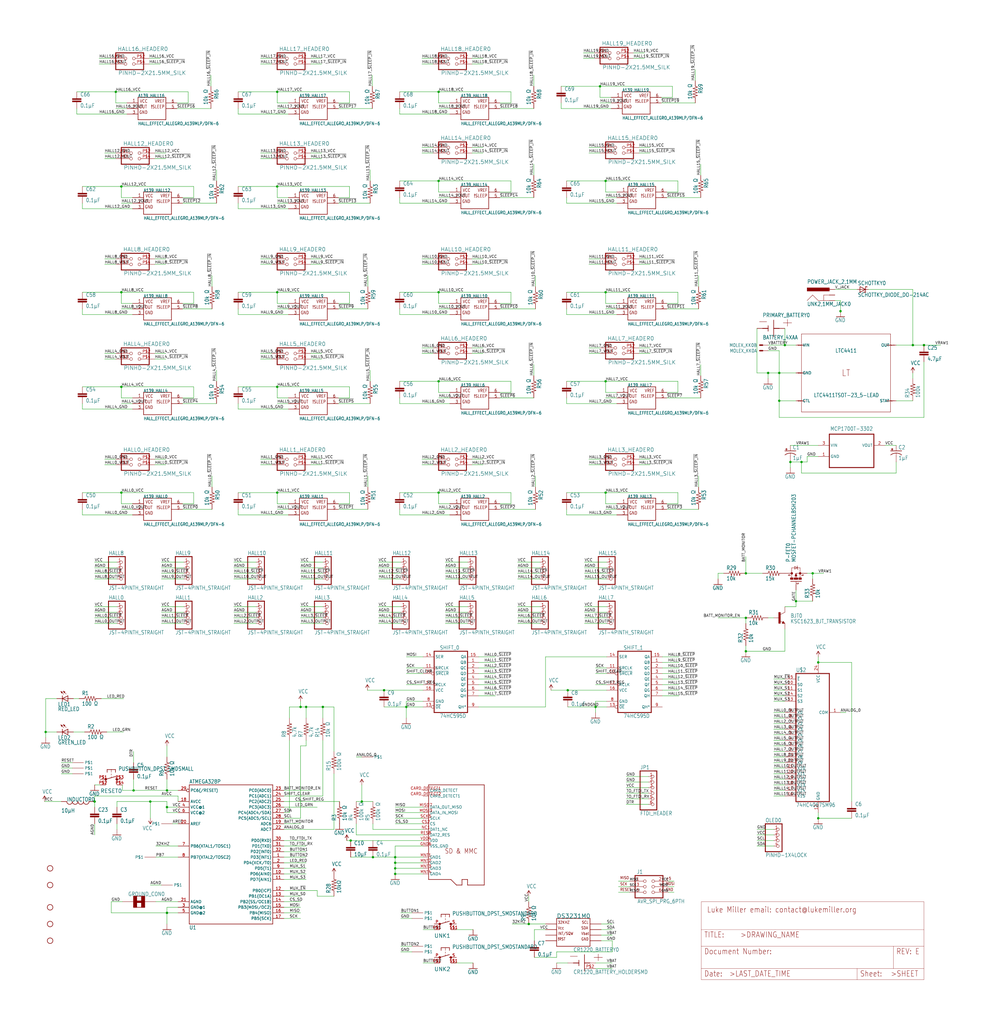
<source format=kicad_sch>
(kicad_sch (version 20211123) (generator eeschema)
  (paper "User" 452.679 467.385)
  (junction (at 76.2 360.68))
  (junction (at 355.6 182.88))
  (junction (at 360.68 210.82))
  (junction (at 147.32 322.58))
  (junction (at 373.38 373.38))
  (junction (at 126.492 176.53))
  (junction (at 76.2 368.3))
  (junction (at 137.16 322.58))
  (junction (at 55.372 176.53))
  (junction (at 276.352 133.35))
  (junction (at 55.372 85.09))
  (junction (at 370.84 261.62))
  (junction (at 165.1 365.76))
  (junction (at 180.34 393.7))
  (junction (at 52.832 41.91))
  (junction (at 180.34 391.16))
  (junction (at 365.76 210.82))
  (junction (at 241.3 421.64))
  (junction (at 60.96 360.68))
  (junction (at 421.64 157.48))
  (junction (at 358.14 157.48))
  (junction (at 126.492 133.35))
  (junction (at 43.18 365.76))
  (junction (at 76.2 416.56))
  (junction (at 55.372 133.35))
  (junction (at 20.828 334.01))
  (junction (at 416.56 157.48))
  (junction (at 126.492 41.91))
  (junction (at 180.34 396.24))
  (junction (at 185.42 322.58))
  (junction (at 276.352 224.79))
  (junction (at 126.492 224.79))
  (junction (at 340.36 261.62))
  (junction (at 126.492 85.09))
  (junction (at 200.152 41.91))
  (junction (at 373.38 302.26))
  (junction (at 139.7 322.58))
  (junction (at 200.152 133.35))
  (junction (at 355.6 170.18))
  (junction (at 276.352 173.99))
  (junction (at 200.152 224.79))
  (junction (at 160.02 383.54))
  (junction (at 175.26 314.96))
  (junction (at 271.78 322.58))
  (junction (at 383.54 141.986))
  (junction (at 363.22 274.32))
  (junction (at 55.372 224.79))
  (junction (at 350.52 170.18))
  (junction (at 276.352 82.55))
  (junction (at 170.18 391.16))
  (junction (at 340.36 297.18))
  (junction (at 200.152 173.99))
  (junction (at 259.08 314.96))
  (junction (at 200.152 82.55))
  (junction (at 68.58 365.76))
  (junction (at 180.34 398.78))
  (junction (at 273.812 39.37))
  (junction (at 340.36 281.94))
  (wire (pts (xy 131.572 90.17) (xy 126.492 90.17)))
  (wire (pts (xy 131.572 181.61) (xy 126.492 181.61)))
  (wire (pts (xy 126.492 224.79) (xy 126.492 229.87)))
  (wire (pts (xy 129.54 365.76) (xy 154.94 365.76)))
  (wire (pts (xy 358.14 330.2) (xy 353.06 330.2)))
  (wire (pts (xy 301.752 46.99) (xy 317.246 46.99)))
  (wire (pts (xy 244.348 222.25) (xy 244.348 217.17)))
  (wire (pts (xy 126.492 85.09) (xy 108.712 85.09)))
  (wire (pts (xy 208.28 439.42) (xy 215.9 439.42)))
  (wire (pts (xy 193.04 320.04) (xy 185.42 320.04)))
  (wire (pts (xy 259.08 439.42) (xy 254 439.42)))
  (wire (pts (xy 228.092 138.43) (xy 233.172 138.43)))
  (wire (pts (xy 233.172 46.99) (xy 233.172 41.91)))
  (wire (pts (xy 302.26 302.26) (xy 309.88 302.26)))
  (wire (pts (xy 350.52 160.02) (xy 355.6 160.02)))
  (wire (pts (xy 187.96 416.56) (xy 182.88 416.56)))
  (wire (pts (xy 281.432 179.07) (xy 276.352 179.07)))
  (wire (pts (xy 388.62 302.26) (xy 373.38 302.26)))
  (wire (pts (xy 278.892 49.53) (xy 256.032 49.53)))
  (wire (pts (xy 76.2 360.68) (xy 60.96 360.68)))
  (wire (pts (xy 147.32 259.08) (xy 137.16 259.08)))
  (wire (pts (xy 147.32 363.22) (xy 147.32 337.82)))
  (wire (pts (xy 81.28 391.16) (xy 71.12 391.16)))
  (wire (pts (xy 271.78 325.12) (xy 271.78 322.58)))
  (wire (pts (xy 141.732 29.21) (xy 146.812 29.21)))
  (wire (pts (xy 175.26 314.96) (xy 167.64 314.96)))
  (wire (pts (xy 215.392 120.65) (xy 220.472 120.65)))
  (wire (pts (xy 358.14 325.12) (xy 353.06 325.12)))
  (wire (pts (xy 295.91 364.49) (xy 285.75 364.49)))
  (wire (pts (xy 159.512 229.87) (xy 159.512 224.79)))
  (wire (pts (xy 141.732 163.83) (xy 146.812 163.83)))
  (wire (pts (xy 213.36 281.94) (xy 203.2 281.94)))
  (wire (pts (xy 129.54 414.02) (xy 137.16 414.02)))
  (wire (pts (xy 187.96 419.1) (xy 182.88 419.1)))
  (wire (pts (xy 98.806 173.99) (xy 98.806 168.91)))
  (wire (pts (xy 85.852 46.99) (xy 85.852 41.91)))
  (wire (pts (xy 55.372 133.35) (xy 37.592 133.35)))
  (wire (pts (xy 248.92 424.18) (xy 243.84 424.18)))
  (wire (pts (xy 291.592 120.65) (xy 296.672 120.65)))
  (wire (pts (xy 205.232 232.41) (xy 200.152 232.41)))
  (wire (pts (xy 60.452 234.95) (xy 37.592 234.95)))
  (wire (pts (xy 276.352 133.35) (xy 258.572 133.35)))
  (wire (pts (xy 182.88 276.86) (xy 172.72 276.86)))
  (wire (pts (xy 154.432 90.17) (xy 159.512 90.17)))
  (wire (pts (xy 291.592 158.75) (xy 296.672 158.75)))
  (wire (pts (xy 33.02 350.52) (xy 27.94 350.52)))
  (wire (pts (xy 96.266 39.37) (xy 96.266 34.29)))
  (wire (pts (xy 159.512 90.17) (xy 159.512 85.09)))
  (wire (pts (xy 273.812 120.65) (xy 268.732 120.65)))
  (wire (pts (xy 305.054 402.082) (xy 307.594 402.082)))
  (wire (pts (xy 108.712 95.25) (xy 108.712 92.71)))
  (wire (pts (xy 154.432 184.15) (xy 168.91 184.15)))
  (wire (pts (xy 271.78 441.96) (xy 279.4 441.96)))
  (wire (pts (xy 147.32 284.48) (xy 137.16 284.48)))
  (wire (pts (xy 37.592 186.69) (xy 37.592 184.15)))
  (wire (pts (xy 167.894 222.25) (xy 167.894 217.17)))
  (wire (pts (xy 159.512 181.61) (xy 159.512 176.53)))
  (wire (pts (xy 309.372 138.43) (xy 309.372 133.35)))
  (wire (pts (xy 340.36 281.94) (xy 327.66 281.94)))
  (wire (pts (xy 200.152 173.99) (xy 182.372 173.99)))
  (wire (pts (xy 182.88 259.08) (xy 172.72 259.08)))
  (wire (pts (xy 363.22 274.32) (xy 370.84 274.32)))
  (wire (pts (xy 131.572 232.41) (xy 126.492 232.41)))
  (wire (pts (xy 218.44 317.5) (xy 226.06 317.5)))
  (wire (pts (xy 388.62 373.38) (xy 373.38 373.38)))
  (wire (pts (xy 83.82 279.4) (xy 73.66 279.4)))
  (wire (pts (xy 70.612 118.11) (xy 75.692 118.11)))
  (wire (pts (xy 228.092 229.87) (xy 233.172 229.87)))
  (wire (pts (xy 20.828 334.01) (xy 20.828 336.55)))
  (wire (pts (xy 193.04 314.96) (xy 175.26 314.96)))
  (wire (pts (xy 25.908 318.77) (xy 20.828 318.77)))
  (wire (pts (xy 350.52 281.94) (xy 353.06 281.94)))
  (wire (pts (xy 129.54 386.08) (xy 139.7 386.08)))
  (wire (pts (xy 317.246 36.83) (xy 317.246 31.75)))
  (wire (pts (xy 258.572 143.51) (xy 258.572 140.97)))
  (wire (pts (xy 197.612 29.21) (xy 192.532 29.21)))
  (wire (pts (xy 80.772 49.53) (xy 96.266 49.53)))
  (wire (pts (xy 243.586 39.37) (xy 243.586 34.29)))
  (wire (pts (xy 273.812 209.55) (xy 268.732 209.55)))
  (wire (pts (xy 416.56 172.72) (xy 416.56 170.18)))
  (wire (pts (xy 141.732 120.65) (xy 146.812 120.65)))
  (wire (pts (xy 276.352 82.55) (xy 258.572 82.55)))
  (wire (pts (xy 83.82 284.48) (xy 73.66 284.48)))
  (wire (pts (xy 129.54 373.38) (xy 137.16 373.38)))
  (wire (pts (xy 302.26 307.34) (xy 309.88 307.34)))
  (wire (pts (xy 43.18 365.76) (xy 43.18 368.3)))
  (wire (pts (xy 141.732 118.11) (xy 146.812 118.11)))
  (wire (pts (xy 147.32 327.66) (xy 147.32 322.58)))
  (wire (pts (xy 52.832 163.83) (xy 47.752 163.83)))
  (wire (pts (xy 396.24 132.08) (xy 416.56 132.08)))
  (wire (pts (xy 85.852 41.91) (xy 52.832 41.91)))
  (wire (pts (xy 233.172 179.07) (xy 233.172 173.99)))
  (wire (pts (xy 350.52 170.18) (xy 350.52 172.72)))
  (wire (pts (xy 147.32 281.94) (xy 137.16 281.94)))
  (wire (pts (xy 340.36 261.62) (xy 340.36 254)))
  (wire (pts (xy 193.04 396.24) (xy 180.34 396.24)))
  (wire (pts (xy 233.172 224.79) (xy 200.152 224.79)))
  (wire (pts (xy 52.832 161.29) (xy 47.752 161.29)))
  (wire (pts (xy 248.92 322.58) (xy 248.92 299.72)))
  (wire (pts (xy 353.06 383.54) (xy 345.44 383.54)))
  (wire (pts (xy 170.18 391.16) (xy 180.34 391.16)))
  (wire (pts (xy 37.592 95.25) (xy 37.592 92.71)))
  (wire (pts (xy 152.4 378.46) (xy 152.4 353.06)))
  (wire (pts (xy 60.452 92.71) (xy 55.372 92.71)))
  (wire (pts (xy 273.812 39.37) (xy 273.812 44.45)))
  (wire (pts (xy 60.452 138.43) (xy 55.372 138.43)))
  (wire (pts (xy 368.3 261.62) (xy 370.84 261.62)))
  (wire (pts (xy 193.04 368.3) (xy 180.34 368.3)))
  (wire (pts (xy 131.572 49.53) (xy 126.492 49.53)))
  (wire (pts (xy 169.926 39.37) (xy 169.926 34.29)))
  (wire (pts (xy 340.36 284.48) (xy 340.36 281.94)))
  (wire (pts (xy 215.392 161.29) (xy 220.472 161.29)))
  (wire (pts (xy 289.052 24.13) (xy 294.132 24.13)))
  (wire (pts (xy 83.312 232.41) (xy 96.774 232.41)))
  (wire (pts (xy 281.432 232.41) (xy 276.352 232.41)))
  (wire (pts (xy 68.072 29.21) (xy 73.152 29.21)))
  (wire (pts (xy 360.68 210.82) (xy 360.68 213.36)))
  (wire (pts (xy 353.06 386.08) (xy 345.44 386.08)))
  (wire (pts (xy 358.14 337.82) (xy 353.06 337.82)))
  (wire (pts (xy 248.92 421.64) (xy 241.3 421.64)))
  (wire (pts (xy 304.292 229.87) (xy 309.372 229.87)))
  (wire (pts (xy 358.14 342.9) (xy 353.06 342.9)))
  (wire (pts (xy 274.32 424.18) (xy 279.4 424.18)))
  (wire (pts (xy 278.892 44.45) (xy 273.812 44.45)))
  (wire (pts (xy 228.092 87.63) (xy 233.172 87.63)))
  (wire (pts (xy 83.82 276.86) (xy 73.66 276.86)))
  (wire (pts (xy 197.612 118.11) (xy 192.532 118.11)))
  (wire (pts (xy 208.28 424.18) (xy 215.9 424.18)))
  (wire (pts (xy 53.34 279.4) (xy 43.18 279.4)))
  (wire (pts (xy 355.6 190.5) (xy 355.6 182.88)))
  (wire (pts (xy 368.3 210.82) (xy 365.76 210.82)))
  (wire (pts (xy 60.452 90.17) (xy 55.372 90.17)))
  (wire (pts (xy 304.292 90.17) (xy 319.786 90.17)))
  (wire (pts (xy 205.232 92.71) (xy 182.372 92.71)))
  (wire (pts (xy 281.432 138.43) (xy 276.352 138.43)))
  (wire (pts (xy 180.34 391.16) (xy 180.34 386.08)))
  (wire (pts (xy 83.82 256.54) (xy 73.66 256.54)))
  (wire (pts (xy 152.4 322.58) (xy 147.32 322.58)))
  (wire (pts (xy 363.22 182.88) (xy 355.6 182.88)))
  (wire (pts (xy 70.612 209.55) (xy 75.692 209.55)))
  (wire (pts (xy 274.32 426.72) (xy 279.4 426.72)))
  (wire (pts (xy 358.14 358.14) (xy 353.06 358.14)))
  (wire (pts (xy 162.56 381) (xy 162.56 375.92)))
  (wire (pts (xy 129.54 408.94) (xy 137.16 408.94)))
  (wire (pts (xy 116.84 284.48) (xy 106.68 284.48)))
  (wire (pts (xy 116.84 276.86) (xy 106.68 276.86)))
  (wire (pts (xy 358.14 276.86) (xy 363.22 276.86)))
  (wire (pts (xy 276.86 264.16) (xy 266.7 264.16)))
  (wire (pts (xy 50.292 29.21) (xy 45.212 29.21)))
  (wire (pts (xy 358.14 350.52) (xy 353.06 350.52)))
  (wire (pts (xy 358.14 360.68) (xy 353.06 360.68)))
  (wire (pts (xy 131.572 140.97) (xy 126.492 140.97)))
  (wire (pts (xy 330.2 261.62) (xy 327.66 261.62)))
  (wire (pts (xy 154.432 140.97) (xy 167.894 140.97)))
  (wire (pts (xy 213.36 279.4) (xy 203.2 279.4)))
  (wire (pts (xy 76.2 416.56) (xy 76.2 421.64)))
  (wire (pts (xy 187.96 434.34) (xy 182.88 434.34)))
  (wire (pts (xy 373.38 302.26) (xy 373.38 299.72)))
  (wire (pts (xy 215.392 209.55) (xy 220.472 209.55)))
  (wire (pts (xy 205.232 138.43) (xy 200.152 138.43)))
  (wire (pts (xy 408.94 157.48) (xy 416.56 157.48)))
  (wire (pts (xy 358.14 287.02) (xy 358.14 297.18)))
  (wire (pts (xy 53.34 259.08) (xy 43.18 259.08)))
  (wire (pts (xy 197.612 161.29) (xy 192.532 161.29)))
  (wire (pts (xy 276.352 173.99) (xy 258.572 173.99)))
  (wire (pts (xy 218.44 322.58) (xy 248.92 322.58)))
  (wire (pts (xy 182.88 261.62) (xy 172.72 261.62)))
  (wire (pts (xy 259.08 322.58) (xy 271.78 322.58)))
  (wire (pts (xy 55.372 176.53) (xy 37.592 176.53)))
  (wire (pts (xy 274.32 421.64) (xy 279.4 421.64)))
  (wire (pts (xy 182.88 264.16) (xy 172.72 264.16)))
  (wire (pts (xy 83.312 184.15) (xy 98.806 184.15)))
  (wire (pts (xy 83.312 138.43) (xy 88.392 138.43)))
  (wire (pts (xy 200.152 224.79) (xy 182.372 224.79)))
  (wire (pts (xy 205.232 234.95) (xy 182.372 234.95)))
  (wire (pts (xy 246.38 259.08) (xy 236.22 259.08)))
  (wire (pts (xy 43.18 375.92) (xy 43.18 381)))
  (wire (pts (xy 131.572 229.87) (xy 126.492 229.87)))
  (wire (pts (xy 358.14 314.96) (xy 353.06 314.96)))
  (wire (pts (xy 302.26 317.5) (xy 309.88 317.5)))
  (wire (pts (xy 281.432 92.71) (xy 258.572 92.71)))
  (wire (pts (xy 52.832 118.11) (xy 47.752 118.11)))
  (wire (pts (xy 302.26 314.96) (xy 309.88 314.96)))
  (wire (pts (xy 193.04 375.92) (xy 180.34 375.92)))
  (wire (pts (xy 180.34 393.7) (xy 180.34 396.24)))
  (wire (pts (xy 345.44 149.86) (xy 345.44 170.18)))
  (wire (pts (xy 52.832 72.39) (xy 47.752 72.39)))
  (wire (pts (xy 246.38 256.54) (xy 236.22 256.54)))
  (wire (pts (xy 139.7 327.66) (xy 139.7 322.58)))
  (wire (pts (xy 200.152 82.55) (xy 200.152 87.63)))
  (wire (pts (xy 83.312 181.61) (xy 88.392 181.61)))
  (wire (pts (xy 340.36 294.64) (xy 340.36 297.18)))
  (wire (pts (xy 304.292 138.43) (xy 309.372 138.43)))
  (wire (pts (xy 276.86 322.58) (xy 271.78 322.58)))
  (wire (pts (xy 276.352 224.79) (xy 258.572 224.79)))
  (wire (pts (xy 193.04 381) (xy 162.56 381)))
  (wire (pts (xy 60.96 360.68) (xy 60.96 355.6)))
  (wire (pts (xy 27.94 365.76) (xy 20.32 365.76)))
  (wire (pts (xy 60.452 140.97) (xy 55.372 140.97)))
  (wire (pts (xy 154.432 46.99) (xy 159.512 46.99)))
  (wire (pts (xy 258.572 92.71) (xy 258.572 90.17)))
  (wire (pts (xy 53.34 276.86) (xy 43.18 276.86)))
  (wire (pts (xy 273.812 67.31) (xy 268.732 67.31)))
  (wire (pts (xy 289.052 26.67) (xy 294.132 26.67)))
  (wire (pts (xy 126.492 41.91) (xy 108.712 41.91)))
  (wire (pts (xy 131.572 95.25) (xy 108.712 95.25)))
  (wire (pts (xy 165.1 365.76) (xy 165.1 358.14)))
  (wire (pts (xy 246.38 281.94) (xy 236.22 281.94)))
  (wire (pts (xy 147.32 276.86) (xy 137.16 276.86)))
  (wire (pts (xy 139.7 340.36) (xy 139.7 337.82)))
  (wire (pts (xy 20.828 318.77) (xy 20.828 334.01)))
  (wire (pts (xy 363.22 276.86) (xy 363.22 274.32)))
  (wire (pts (xy 88.392 176.53) (xy 55.372 176.53)))
  (wire (pts (xy 68.58 373.38) (xy 68.58 365.76)))
  (wire (pts (xy 213.36 256.54) (xy 203.2 256.54)))
  (wire (pts (xy 383.54 325.12) (xy 386.08 325.12)))
  (wire (pts (xy 129.54 411.48) (xy 137.16 411.48)))
  (wire (pts (xy 302.26 299.72) (xy 309.88 299.72)))
  (wire (pts (xy 243.586 171.45) (xy 243.586 166.37)))
  (wire (pts (xy 309.372 82.55) (xy 276.352 82.55)))
  (wire (pts (xy 116.84 281.94) (xy 106.68 281.94)))
  (wire (pts (xy 88.392 138.43) (xy 88.392 133.35)))
  (wire (pts (xy 358.14 347.98) (xy 353.06 347.98)))
  (wire (pts (xy 304.292 179.07) (xy 309.372 179.07)))
  (wire (pts (xy 233.172 138.43) (xy 233.172 133.35)))
  (wire (pts (xy 358.14 297.18) (xy 340.36 297.18)))
  (wire (pts (xy 123.952 26.67) (xy 118.872 26.67)))
  (wire (pts (xy 205.232 229.87) (xy 200.152 229.87)))
  (wire (pts (xy 167.894 130.81) (xy 167.894 125.73)))
  (wire (pts (xy 159.512 41.91) (xy 126.492 41.91)))
  (wire (pts (xy 355.6 182.88) (xy 355.6 170.18)))
  (wire (pts (xy 187.96 431.8) (xy 182.88 431.8)))
  (wire (pts (xy 228.092 140.97) (xy 244.348 140.97)))
  (wire (pts (xy 132.08 370.84) (xy 132.08 337.82)))
  (wire (pts (xy 353.06 378.46) (xy 345.44 378.46)))
  (wire (pts (xy 421.64 190.5) (xy 355.6 190.5)))
  (wire (pts (xy 129.54 391.16) (xy 139.7 391.16)))
  (wire (pts (xy 287.274 404.622) (xy 282.194 404.622)))
  (wire (pts (xy 129.54 388.62) (xy 139.7 388.62)))
  (wire (pts (xy 154.432 138.43) (xy 159.512 138.43)))
  (wire (pts (xy 81.28 370.84) (xy 76.2 370.84)))
  (wire (pts (xy 205.232 179.07) (xy 200.152 179.07)))
  (wire (pts (xy 319.786 171.45) (xy 319.786 166.37)))
  (wire (pts (xy 304.292 232.41) (xy 318.77 232.41)))
  (wire (pts (xy 258.572 234.95) (xy 258.572 232.41)))
  (wire (pts (xy 25.908 334.01) (xy 20.828 334.01)))
  (wire (pts (xy 373.38 208.28) (xy 368.3 208.28)))
  (wire (pts (xy 154.432 181.61) (xy 159.512 181.61)))
  (wire (pts (xy 108.712 186.69) (xy 108.712 184.15)))
  (wire (pts (xy 70.612 72.39) (xy 75.692 72.39)))
  (wire (pts (xy 301.752 44.45) (xy 306.832 44.45)))
  (wire (pts (xy 129.54 398.78) (xy 139.7 398.78)))
  (wire (pts (xy 123.952 69.85) (xy 118.872 69.85)))
  (wire (pts (xy 193.04 312.42) (xy 185.42 312.42)))
  (wire (pts (xy 365.76 210.82) (xy 360.68 210.82)))
  (wire (pts (xy 421.64 165.1) (xy 421.64 190.5)))
  (wire (pts (xy 154.432 92.71) (xy 168.91 92.71)))
  (wire (pts (xy 141.732 26.67) (xy 146.812 26.67)))
  (wire (pts (xy 129.54 419.1) (xy 137.16 419.1)))
  (wire (pts (xy 53.34 365.76) (xy 53.34 368.3)))
  (wire (pts (xy 48.768 334.01) (xy 56.388 334.01)))
  (wire (pts (xy 363.22 170.18) (xy 355.6 170.18)))
  (wire (pts (xy 193.04 322.58) (xy 185.42 322.58)))
  (wire (pts (xy 213.36 259.08) (xy 203.2 259.08)))
  (wire (pts (xy 50.292 26.67) (xy 45.212 26.67)))
  (wire (pts (xy 129.54 406.4) (xy 144.78 406.4)))
  (wire (pts (xy 197.612 120.65) (xy 192.532 120.65)))
  (wire (pts (xy 129.54 396.24) (xy 139.7 396.24)))
  (wire (pts (xy 126.492 176.53) (xy 108.712 176.53)))
  (wire (pts (xy 254 434.34) (xy 279.4 434.34)))
  (wire (pts (xy 83.82 281.94) (xy 73.66 281.94)))
  (wire (pts (xy 45.72 358.14) (xy 43.18 358.14)))
  (wire (pts (xy 193.04 370.84) (xy 180.34 370.84)))
  (wire (pts (xy 154.432 49.53) (xy 169.926 49.53)))
  (wire (pts (xy 129.54 393.7) (xy 139.7 393.7)))
  (wire (pts (xy 160.02 383.54) (xy 193.04 383.54)))
  (wire (pts (xy 358.14 312.42) (xy 353.06 312.42)))
  (wire (pts (xy 306.832 44.45) (xy 306.832 39.37)))
  (wire (pts (xy 291.592 209.55) (xy 296.672 209.55)))
  (wire (pts (xy 116.84 259.08) (xy 106.68 259.08)))
  (wire (pts (xy 182.372 234.95) (xy 182.372 232.41)))
  (wire (pts (xy 276.86 281.94) (xy 266.7 281.94)))
  (wire (pts (xy 60.452 184.15) (xy 55.372 184.15)))
  (wire (pts (xy 98.806 82.55) (xy 98.806 77.47)))
  (wire (pts (xy 152.4 342.9) (xy 152.4 322.58)))
  (wire (pts (xy 159.512 176.53) (xy 126.492 176.53)))
  (wire (pts (xy 52.832 120.65) (xy 47.752 120.65)))
  (wire (pts (xy 304.292 181.61) (xy 319.786 181.61)))
  (wire (pts (xy 83.82 261.62) (xy 73.66 261.62)))
  (wire (pts (xy 55.88 360.68) (xy 55.88 358.14)))
  (wire (pts (xy 355.6 160.02) (xy 355.6 170.18)))
  (wire (pts (xy 205.232 46.99) (xy 200.152 46.99)))
  (wire (pts (xy 295.91 356.87) (xy 285.75 356.87)))
  (wire (pts (xy 318.77 222.25) (xy 318.77 217.17)))
  (wire (pts (xy 81.28 386.08) (xy 71.12 386.08)))
  (wire (pts (xy 123.952 120.65) (xy 118.872 120.65)))
  (wire (pts (xy 233.172 82.55) (xy 200.152 82.55)))
  (wire (pts (xy 53.34 375.92) (xy 53.34 378.46)))
  (wire (pts (xy 302.26 312.42) (xy 309.88 312.42)))
  (wire (pts (xy 218.44 304.8) (xy 226.06 304.8)))
  (wire (pts (xy 129.54 383.54) (xy 139.7 383.54)))
  (wire (pts (xy 126.492 133.35) (xy 108.712 133.35)))
  (wire (pts (xy 53.34 264.16) (xy 43.18 264.16)))
  (wire (pts (xy 373.38 203.2) (xy 360.68 203.2)))
  (wire (pts (xy 365.76 215.9) (xy 365.76 210.82)))
  (wire (pts (xy 276.86 276.86) (xy 266.7 276.86)))
  (wire (pts (xy 358.14 317.5) (xy 353.06 317.5)))
  (wire (pts (xy 200.152 224.79) (xy 200.152 229.87)))
  (wire (pts (xy 60.452 229.87) (xy 55.372 229.87)))
  (wire (pts (xy 383.54 141.986) (xy 383.54 142.24)))
  (wire (pts (xy 246.38 264.16) (xy 236.22 264.16)))
  (wire (pts (xy 276.86 261.62) (xy 266.7 261.62)))
  (wire (pts (xy 60.452 181.61) (xy 55.372 181.61)))
  (wire (pts (xy 408.94 215.9) (xy 365.76 215.9)))
  (wire (pts (xy 388.62 365.76) (xy 388.62 302.26)))
  (wire (pts (xy 408.94 182.88) (xy 416.56 182.88)))
  (wire (pts (xy 76.2 416.56) (xy 50.8 416.56)))
  (wire (pts (xy 276.352 224.79) (xy 276.352 229.87)))
  (wire (pts (xy 182.372 143.51) (xy 182.372 140.97)))
  (wire (pts (xy 147.32 264.16) (xy 137.16 264.16)))
  (wire (pts (xy 246.38 279.4) (xy 236.22 279.4)))
  (wire (pts (xy 154.432 232.41) (xy 167.894 232.41)))
  (wire (pts (xy 193.04 299.72) (xy 185.42 299.72)))
  (wire (pts (xy 358.14 355.6) (xy 353.06 355.6)))
  (wire (pts (xy 83.312 92.71) (xy 98.806 92.71)))
  (wire (pts (xy 123.952 212.09) (xy 118.872 212.09)))
  (wire (pts (xy 358.14 149.86) (xy 358.14 157.48)))
  (wire (pts (xy 129.54 363.22) (xy 147.32 363.22)))
  (wire (pts (xy 295.91 354.33) (xy 285.75 354.33)))
  (wire (pts (xy 281.432 229.87) (xy 276.352 229.87)))
  (wire (pts (xy 170.18 378.46) (xy 170.18 375.92)))
  (wire (pts (xy 123.952 72.39) (xy 118.872 72.39)))
  (wire (pts (xy 233.172 41.91) (xy 200.152 41.91)))
  (wire (pts (xy 126.492 85.09) (xy 126.492 90.17)))
  (wire (pts (xy 381 137.16) (xy 383.54 137.16)))
  (wire (pts (xy 197.612 67.31) (xy 192.532 67.31)))
  (wire (pts (xy 60.452 143.51) (xy 37.592 143.51)))
  (wire (pts (xy 193.04 398.78) (xy 180.34 398.78)))
  (wire (pts (xy 182.372 92.71) (xy 182.372 90.17)))
  (wire (pts (xy 200.152 41.91) (xy 182.372 41.91)))
  (wire (pts (xy 213.36 284.48) (xy 203.2 284.48)))
  (wire (pts (xy 36.068 318.77) (xy 33.528 318.77)))
  (wire (pts (xy 129.54 370.84) (xy 132.08 370.84)))
  (wire (pts (xy 137.16 322.58) (xy 137.16 320.04)))
  (wire (pts (xy 52.832 41.91) (xy 52.832 46.99)))
  (wire (pts (xy 381 132.08) (xy 391.16 132.08)))
  (wire (pts (xy 182.372 52.07) (xy 182.372 49.53)))
  (wire (pts (xy 123.952 209.55) (xy 118.872 209.55)))
  (wire (pts (xy 53.34 281.94) (xy 43.18 281.94)))
  (wire (pts (xy 37.592 143.51) (xy 37.592 140.97)))
  (wire (pts (xy 233.172 133.35) (xy 200.152 133.35)))
  (wire (pts (xy 193.04 386.08) (xy 180.34 386.08)))
  (wire (pts (xy 273.812 39.37) (xy 256.032 39.37)))
  (wire (pts (xy 123.952 161.29) (xy 118.872 161.29)))
  (wire (pts (xy 278.892 46.99) (xy 273.812 46.99)))
  (wire (pts (xy 281.432 140.97) (xy 276.352 140.97)))
  (wire (pts (xy 213.36 276.86) (xy 203.2 276.86)))
  (wire (pts (xy 76.2 360.68) (xy 76.2 355.6)))
  (wire (pts (xy 96.774 130.81) (xy 96.774 125.73)))
  (wire (pts (xy 273.812 161.29) (xy 268.732 161.29)))
  (wire (pts (xy 373.38 370.84) (xy 373.38 373.38)))
  (wire (pts (xy 319.786 80.01) (xy 319.786 74.93)))
  (wire (pts (xy 276.86 279.4) (xy 266.7 279.4)))
  (wire (pts (xy 246.38 284.48) (xy 236.22 284.48)))
  (wire (pts (xy 215.392 118.11) (xy 220.472 118.11)))
  (wire (pts (xy 276.86 256.54) (xy 266.7 256.54)))
  (wire (pts (xy 205.232 49.53) (xy 200.152 49.53)))
  (wire (pts (xy 243.84 436.88) (xy 254 436.88)))
  (wire (pts (xy 55.372 133.35) (xy 55.372 138.43)))
  (wire (pts (xy 273.812 158.75) (xy 268.732 158.75)))
  (wire (pts (xy 144.78 408.94) (xy 152.4 408.94)))
  (wire (pts (xy 279.4 434.34) (xy 279.4 429.26)))
  (wire (pts (xy 129.54 416.56) (xy 137.16 416.56)))
  (wire (pts (xy 129.54 360.68) (xy 142.24 360.68)))
  (wire (pts (xy 197.612 69.85) (xy 192.532 69.85)))
  (wire (pts (xy 276.352 173.99) (xy 276.352 179.07)))
  (wire (pts (xy 205.232 140.97) (xy 200.152 140.97)))
  (wire (pts (xy 81.28 416.56) (xy 76.2 416.56)))
  (wire (pts (xy 241.3 421.64) (xy 233.68 421.64)))
  (wire (pts (xy 33.02 347.98) (xy 27.94 347.98)))
  (wire (pts (xy 132.08 322.58) (xy 137.16 322.58)))
  (wire (pts (xy 254 436.88) (xy 254 434.34)))
  (wire (pts (xy 70.612 163.83) (xy 75.692 163.83)))
  (wire (pts (xy 274.32 429.26) (xy 279.4 429.26)))
  (wire (pts (xy 83.312 140.97) (xy 96.774 140.97)))
  (wire (pts (xy 258.572 184.15) (xy 258.572 181.61)))
  (wire (pts (xy 281.432 181.61) (xy 276.352 181.61)))
  (wire (pts (xy 129.54 375.92) (xy 137.16 375.92)))
  (wire (pts (xy 154.432 229.87) (xy 159.512 229.87)))
  (wire (pts (xy 175.26 322.58) (xy 185.42 322.58)))
  (wire (pts (xy 137.16 340.36) (xy 139.7 340.36)))
  (wire (pts (xy 200.152 133.35) (xy 200.152 138.43)))
  (wire (pts (xy 81.28 360.68) (xy 76.2 360.68)))
  (wire (pts (xy 88.392 90.17) (xy 88.392 85.09)))
  (wire (pts (xy 248.92 299.72) (xy 276.86 299.72)))
  (wire (pts (xy 276.352 82.55) (xy 276.352 87.63)))
  (wire (pts (xy 88.392 85.09) (xy 55.372 85.09)))
  (wire (pts (xy 244.348 130.81) (xy 244.348 125.73)))
  (wire (pts (xy 126.492 133.35) (xy 126.492 138.43)))
  (wire (pts (xy 33.02 353.06) (xy 27.94 353.06)))
  (wire (pts (xy 309.372 224.79) (xy 276.352 224.79)))
  (wire (pts (xy 147.32 322.58) (xy 139.7 322.58)))
  (wire (pts (xy 327.66 261.62) (xy 327.66 264.16)))
  (wire (pts (xy 131.572 46.99) (xy 126.492 46.99)))
  (wire (pts (xy 295.91 359.41) (xy 285.75 359.41)))
  (wire (pts (xy 198.12 424.18) (xy 193.04 424.18)))
  (wire (pts (xy 218.44 314.96) (xy 226.06 314.96)))
  (wire (pts (xy 168.91 82.55) (xy 168.91 77.47)))
  (wire (pts (xy 228.092 46.99) (xy 233.172 46.99)))
  (wire (pts (xy 70.612 161.29) (xy 75.692 161.29)))
  (wire (pts (xy 37.592 234.95) (xy 37.592 232.41)))
  (wire (pts (xy 52.832 212.09) (xy 47.752 212.09)))
  (wire (pts (xy 180.34 391.16) (xy 180.34 393.7)))
  (wire (pts (xy 73.66 403.86) (xy 68.58 403.86)))
  (wire (pts (xy 193.04 393.7) (xy 180.34 393.7)))
  (wire (pts (xy 126.492 41.91) (xy 126.492 46.99)))
  (wire (pts (xy 108.712 234.95) (xy 108.712 232.41)))
  (wire (pts (xy 76.2 368.3) (xy 76.2 365.76)))
  (wire (pts (xy 35.052 52.07) (xy 35.052 49.53)))
  (wire (pts (xy 50.8 416.56) (xy 50.8 411.48)))
  (wire (pts (xy 55.88 411.48) (xy 50.8 411.48)))
  (wire (pts (xy 132.08 327.66) (xy 132.08 322.58)))
  (wire (pts (xy 55.372 224.79) (xy 37.592 224.79)))
  (wire (pts (xy 200.152 82.55) (xy 182.372 82.55)))
  (wire (pts (xy 243.84 424.18) (xy 243.84 429.26)))
  (wire (pts (xy 137.16 373.38) (xy 137.16 340.36)))
  (wire (pts (xy 291.592 212.09) (xy 296.672 212.09)))
  (wire (pts (xy 281.432 184.15) (xy 258.572 184.15)))
  (wire (pts (xy 233.172 173.99) (xy 200.152 173.99)))
  (wire (pts (xy 57.912 49.53) (xy 52.832 49.53)))
  (wire (pts (xy 76.2 370.84) (xy 76.2 368.3)))
  (wire (pts (xy 80.772 46.99) (xy 85.852 46.99)))
  (wire (pts (xy 218.44 307.34) (xy 226.06 307.34)))
  (wire (pts (xy 276.86 314.96) (xy 259.08 314.96)))
  (wire (pts (xy 57.912 52.07) (xy 35.052 52.07)))
  (wire (pts (xy 363.22 157.48) (xy 358.14 157.48)))
  (wire (pts (xy 198.12 439.42) (xy 193.04 439.42)))
  (wire (pts (xy 205.232 87.63) (xy 200.152 87.63)))
  (wire (pts (xy 60.452 232.41) (xy 55.372 232.41)))
  (wire (pts (xy 358.14 353.06) (xy 353.06 353.06)))
  (wire (pts (xy 215.392 26.67) (xy 220.472 26.67)))
  (wire (pts (xy 421.64 157.48) (xy 429.26 157.48)))
  (wire (pts (xy 228.092 181.61) (xy 243.586 181.61)))
  (wire (pts (xy 309.372 173.99) (xy 276.352 173.99)))
  (wire (pts (xy 55.372 176.53) (xy 55.372 181.61)))
  (wire (pts (xy 291.592 118.11) (xy 296.672 118.11)))
  (wire (pts (xy 305.054 407.162) (xy 307.594 407.162)))
  (wire (pts (xy 159.512 138.43) (xy 159.512 133.35)))
  (wire (pts (xy 291.592 161.29) (xy 296.672 161.29)))
  (wire (pts (xy 123.952 118.11) (xy 118.872 118.11)))
  (wire (pts (xy 243.586 80.01) (xy 243.586 74.93)))
  (wire (pts (xy 46.228 318.77) (xy 56.388 318.77)))
  (wire (pts (xy 215.392 69.85) (xy 220.472 69.85)))
  (wire (pts (xy 281.432 143.51) (xy 258.572 143.51)))
  (wire (pts (xy 159.512 46.99) (xy 159.512 41.91)))
  (wire (pts (xy 159.512 85.09) (xy 126.492 85.09)))
  (wire (pts (xy 185.42 322.58) (xy 185.42 320.04)))
  (wire (pts (xy 271.78 439.42) (xy 279.4 439.42)))
  (wire (pts (xy 52.832 209.55) (xy 47.752 209.55)))
  (wire (pts (xy 55.372 224.79) (xy 55.372 229.87)))
  (wire (pts (xy 363.22 274.32) (xy 363.22 269.24)))
  (wire (pts (xy 228.092 90.17) (xy 243.586 90.17)))
  (wire (pts (xy 295.91 361.95) (xy 285.75 361.95)))
  (wire (pts (xy 81.28 414.02) (xy 76.2 414.02)))
  (wire (pts (xy 70.612 120.65) (xy 75.692 120.65)))
  (wire (pts (xy 291.592 67.31) (xy 296.672 67.31)))
  (wire (pts (xy 358.14 340.36) (xy 353.06 340.36)))
  (wire (pts (xy 96.774 222.25) (xy 96.774 217.17)))
  (wire (pts (xy 197.612 158.75) (xy 192.532 158.75)))
  (wire (pts (xy 116.84 261.62) (xy 106.68 261.62)))
  (wire (pts (xy 276.86 320.04) (xy 271.78 320.04)))
  (wire (pts (xy 215.392 29.21) (xy 220.472 29.21)))
  (wire (pts (xy 347.98 261.62) (xy 340.36 261.62)))
  (wire (pts (xy 131.572 184.15) (xy 126.492 184.15)))
  (wire (pts (xy 205.232 184.15) (xy 182.372 184.15)))
  (wire (pts (xy 228.092 49.53) (xy 243.586 49.53)))
  (wire (pts (xy 141.732 161.29) (xy 146.812 161.29)))
  (wire (pts (xy 309.372 229.87) (xy 309.372 224.79)))
  (wire (pts (xy 182.88 256.54) (xy 172.72 256.54)))
  (wire (pts (xy 281.432 87.63) (xy 276.352 87.63)))
  (wire (pts (xy 131.572 186.69) (xy 108.712 186.69)))
  (wire (pts (xy 193.04 378.46) (xy 170.18 378.46)))
  (wire (pts (xy 81.28 375.92) (xy 78.74 375.92)))
  (wire (pts (xy 205.232 52.07) (xy 182.372 52.07)))
  (wire (pts (xy 53.34 261.62) (xy 43.18 261.62)))
  (wire (pts (xy 276.86 312.42) (xy 271.78 312.42)))
  (wire (pts (xy 291.592 69.85) (xy 296.672 69.85)))
  (wire (pts (xy 200.152 41.91) (xy 200.152 46.99)))
  (wire (pts (xy 116.84 279.4) (xy 106.68 279.4)))
  (wire (pts (xy 276.86 307.34) (xy 271.78 307.34)))
  (wire (pts (xy 318.77 130.81) (xy 318.77 125.73)))
  (wire (pts (xy 129.54 401.32) (xy 139.7 401.32)))
  (wire (pts (xy 108.712 52.07) (xy 108.712 49.53)))
  (wire (pts (xy 144.78 406.4) (xy 144.78 408.94)))
  (wire (pts (xy 200.152 133.35) (xy 182.372 133.35)))
  (wire (pts (xy 123.952 163.83) (xy 118.872 163.83)))
  (wire (pts (xy 370.84 264.16) (xy 370.84 261.62)))
  (wire (pts (xy 159.512 224.79) (xy 126.492 224.79)))
  (wire (pts (xy 159.512 133.35) (xy 126.492 133.35)))
  (wire (pts (xy 218.44 309.88) (xy 226.06 309.88)))
  (wire (pts (xy 70.612 69.85) (xy 75.692 69.85)))
  (wire (pts (xy 185.42 327.66) (xy 185.42 322.58)))
  (wire (pts (xy 168.91 173.99) (xy 168.91 168.91)))
  (wire (pts (xy 355.6 170.18) (xy 350.52 170.18)))
  (wire (pts (xy 276.86 284.48) (xy 266.7 284.48)))
  (wire (pts (xy 83.312 90.17) (xy 88.392 90.17)))
  (wire (pts (xy 162.56 365.76) (xy 165.1 365.76)))
  (wire (pts (xy 116.84 256.54) (xy 106.68 256.54)))
  (wire (pts (xy 60.96 360.68) (xy 55.88 360.68)))
  (wire (pts (xy 287.274 407.162) (xy 282.194 407.162)))
  (wire (pts (xy 83.82 264.16) (xy 73.66 264.16)))
  (wire (pts (xy 241.3 411.48) (xy 241.3 408.94)))
  (wire (pts (xy 71.12 411.48) (xy 81.28 411.48)))
  (wire (pts (xy 218.44 302.26) (xy 226.06 302.26)))
  (wire (pts (xy 218.44 299.72) (xy 226.06 299.72)))
  (wire (pts (xy 246.38 276.86) (xy 236.22 276.86)))
  (wire (pts (xy 88.392 181.61) (xy 88.392 176.53)))
  (wire (pts (xy 141.732 212.09) (xy 146.812 212.09)))
  (wire (pts (xy 52.832 69.85) (xy 47.752 69.85)))
  (wire (pts (xy 165.1 345.44) (xy 162.56 345.44)))
  (wire (pts (xy 170.18 365.76) (xy 165.1 365.76)))
  (wire (pts (xy 259.08 314.96) (xy 251.46 314.96)))
  (wire (pts (xy 60.452 95.25) (xy 37.592 95.25)))
  (wire (pts (xy 76.2 414.02) (xy 76.2 416.56)))
  (wire (pts (xy 170.18 391.16) (xy 160.02 391.16)))
  (wire (pts (xy 273.812 69.85) (xy 268.732 69.85)))
  (wire (pts (xy 353.06 381) (xy 345.44 381)))
  (wire (pts (xy 126.492 176.53) (xy 126.492 181.61)))
  (wire (pts (xy 416.56 157.48) (xy 421.64 157.48)))
  (wire (pts (xy 197.612 212.09) (xy 192.532 212.09)))
  (wire (pts (xy 358.14 363.22) (xy 353.06 363.22)))
  (wire (pts (xy 368.3 208.28) (xy 368.3 210.82)))
  (wire (pts (xy 302.26 304.8) (xy 309.88 304.8)))
  (wire (pts (xy 358.14 335.28) (xy 353.06 335.28)))
  (wire (pts (xy 309.372 179.07) (xy 309.372 173.99)))
  (wire (pts (xy 205.232 181.61) (xy 200.152 181.61)))
  (wire (pts (xy 302.26 309.88) (xy 309.88 309.88)))
  (wire (pts (xy 276.352 133.35) (xy 276.352 138.43)))
  (wire (pts (xy 305.054 404.622) (xy 307.594 404.622)))
  (wire (pts (xy 108.712 143.51) (xy 108.712 140.97)))
  (wire (pts (xy 129.54 368.3) (xy 144.78 368.3)))
  (wire (pts (xy 81.28 368.3) (xy 76.2 368.3)))
  (wire (pts (xy 383.54 137.16) (xy 383.54 141.986)))
  (wire (pts (xy 246.38 261.62) (xy 236.22 261.62)))
  (wire (pts (xy 205.232 90.17) (xy 200.152 90.17)))
  (wire (pts (xy 271.78 322.58) (xy 271.78 320.04)))
  (wire (pts (xy 228.092 179.07) (xy 233.172 179.07)))
  (wire (pts (xy 131.572 143.51) (xy 108.712 143.51)))
  (wire (pts (xy 213.36 261.62) (xy 203.2 261.62)))
  (wire (pts (xy 131.572 52.07) (xy 108.712 52.07)))
  (wire (pts (xy 60.452 186.69) (xy 37.592 186.69)))
  (wire (pts (xy 403.86 203.2) (xy 408.94 203.2)))
  (wire (pts (xy 53.34 284.48) (xy 43.18 284.48)))
  (wire (pts (xy 309.372 87.63) (xy 309.372 82.55)))
  (wire (pts (xy 123.952 29.21) (xy 118.872 29.21)))
  (wire (pts (xy 215.392 158.75) (xy 220.472 158.75)))
  (wire (pts (xy 358.14 332.74) (xy 353.06 332.74)))
  (wire (pts (xy 233.172 87.63) (xy 233.172 82.55)))
  (wire (pts (xy 38.608 334.01) (xy 33.528 334.01)))
  (wire (pts (xy 43.18 363.22) (xy 43.18 365.76)))
  (wire (pts (xy 147.32 256.54) (xy 137.16 256.54)))
  (wire (pts (xy 215.392 212.09) (xy 220.472 212.09)))
  (wire (pts (xy 271.272 26.67) (xy 266.192 26.67)))
  (wire (pts (xy 273.812 118.11) (xy 268.732 118.11)))
  (wire (pts (xy 233.172 229.87) (xy 233.172 224.79)))
  (wire (pts (xy 55.372 85.09) (xy 37.592 85.09)))
  (wire (pts (xy 60.96 347.98) (xy 60.96 342.9)))
  (wire (pts (xy 141.732 69.85) (xy 146.812 69.85)))
  (wire (pts (xy 304.292 140.97) (xy 318.77 140.97)))
  (wire (pts (xy 141.732 72.39) (xy 146.812 72.39)))
  (wire (pts (xy 147.32 279.4) (xy 137.16 279.4)))
  (wire (pts (xy 408.94 210.82) (xy 408.94 215.9)))
  (wire (pts (xy 70.612 212.09) (xy 75.692 212.09)))
  (wire (pts (xy 88.392 229.87) (xy 88.392 224.79)))
  (wire (pts (xy 126.492 224.79) (xy 108.712 224.79)))
  (wire (pts (xy 370.84 261.62) (xy 375.92 261.62)))
  (wire (pts (xy 276.86 304.8) (xy 271.78 304.8)))
  (wire (pts (xy 131.572 92.71) (xy 126.492 92.71)))
  (wire (pts (xy 358.14 345.44) (xy 353.06 345.44)))
  (wire (pts (xy 281.432 234.95) (xy 258.572 234.95)))
  (wire (pts (xy 76.2 345.44) (xy 76.2 340.36)))
  (wire (pts (xy 213.36 264.16) (xy 203.2 264.16)))
  (wire (pts (xy 193.04 373.38) (xy 180.34 373.38)))
  (wire (pts (xy 88.392 224.79) (xy 55.372 224.79)))
  (wire (pts (xy 273.812 212.09) (xy 268.732 212.09)))
  (wire (pts (xy 416.56 132.08) (xy 416.56 157.48)))
  (wire (pts (xy 52.832 41.91) (xy 35.052 41.91)))
  (wire (pts (xy 83.82 259.08) (xy 73.66 259.08)))
  (wire (pts (xy 345.44 170.18) (xy 350.52 170.18)))
  (wire (pts (xy 68.072 26.67) (xy 73.152 26.67)))
  (wire (pts (xy 131.572 234.95) (xy 108.712 234.95)))
  (wire (pts (xy 193.04 307.34) (xy 185.42 307.34)))
  (wire (pts (xy 256.032 49.53) (xy 256.032 46.99)))
  (wire (pts (xy 88.392 133.35) (xy 55.372 133.35)))
  (wire (pts (xy 158.242 383.54) (xy 160.02 383.54)))
  (wire (pts (xy 182.88 284.48) (xy 172.72 284.48)))
  (wire (pts (xy 358.14 309.88) (xy 353.06 309.88)))
  (wire (pts (xy 281.432 90.17) (xy 276.352 90.17)))
  (wire (pts (xy 228.092 232.41) (xy 244.348 232.41)))
  (wire (pts (xy 55.372 85.09) (xy 55.372 90.17)))
  (wire (pts (xy 81.28 365.76) (xy 81.28 363.22)))
  (wire (pts (xy 76.2 365.76) (xy 68.58 365.76)))
  (wire (pts (xy 68.58 365.76) (xy 53.34 365.76)))
  (wire (pts (xy 116.84 264.16) (xy 106.68 264.16)))
  (wire (pts (xy 129.54 378.46) (xy 152.4 378.46)))
  (wire (pts (xy 358.14 157.48) (xy 350.52 157.48)))
  (wire (pts (xy 218.44 312.42) (xy 226.06 312.42)))
  (wire (pts (xy 358.14 327.66) (xy 353.06 327.66)))
  (wire (pts (xy 306.832 39.37) (xy 273.812 39.37)))
  (wire (pts (xy 304.292 87.63) (xy 309.372 87.63)))
  (wire (pts (xy 200.152 173.99) (xy 200.152 179.07)))
  (wire (pts (xy 295.91 367.03) (xy 285.75 367.03)))
  (wire (pts (xy 182.372 184.15) (xy 182.372 181.61)))
  (wire (pts (xy 57.912 46.99) (xy 52.832 46.99)))
  (wire (pts (xy 182.88 279.4) (xy 172.72 279.4)))
  (wire (pts (xy 83.312 229.87) (xy 88.392 229.87)))
  (wire (pts (xy 193.04 304.8) (xy 185.42 304.8)))
  (wire (pts (xy 287.274 402.082) (xy 282.194 402.082)))
  (wire (pts (xy 309.372 133.35) (xy 276.352 133.35)))
  (wire (pts (xy 197.612 26.67) (xy 192.532 26.67)))
  (wire (pts (xy 147.32 261.62) (xy 137.16 261.62)))
  (wire (pts (xy 271.272 24.13) (xy 266.192 24.13)))
  (wire (pts (xy 358.14 320.04) (xy 353.06 320.04)))
  (wire (pts (xy 141.732 209.55) (xy 146.812 209.55)))
  (wire (pts (xy 180.34 396.24) (xy 180.34 398.78)))
  (wire (pts (xy 81.28 363.22) (xy 43.18 363.22)))
  (wire (pts (xy 276.86 259.08) (xy 266.7 259.08)))
  (wire (pts (xy 193.04 391.16) (xy 180.34 391.16)))
  (wire (pts (xy 131.572 138.43) (xy 126.492 138.43)))
  (wire (pts (xy 205.232 143.51) (xy 182.372 143.51)))
  (wire (pts (xy 182.88 281.94) (xy 172.72 281.94)))
  (wire (pts (xy 53.34 256.54) (xy 43.18 256.54)))
  (wire (pts (xy 215.392 67.31) (xy 220.472 67.31)))
  (wire (pts (xy 139.7 322.58) (xy 137.16 322.58)))
  (wire (pts (xy 197.612 209.55) (xy 192.532 209.55)))
  (label "MUX_S2" (at 353.06 317.5 0) (effects (font (size 1.2446 1.2446))))
  (label "HALL17_GND" (at 118.872 52.07 0) (effects (font (size 1.2446 1.2446))))
  (label "HALL8_VOUT" (at 47.752 120.65 0) (effects (font (size 1.2446 1.2446))))
  (label "HALL12_VCC" (at 70.612 69.85 0) (effects (font (size 1.2446 1.2446))))
  (label "HALL6_VCC" (at 200.152 173.99 0) (effects (font (size 1.2446 1.2446))))
  (label "HALL4_VOUT" (at 47.752 163.83 0) (effects (font (size 1.2446 1.2446))))
  (label "~{SLEEP13}" (at 154.432 92.71 0) (effects (font (size 1.2446 1.2446))))
  (label "HALL11_~{SLEEP}" (at 304.8 307.34 0) (effects (font (size 1.2446 1.2446))))
  (label "HALL7_GND" (at 268.732 184.15 0) (effects (font (size 1.2446 1.2446))))
  (label "HALL13_VCC" (at 126.492 85.09 0) (effects (font (size 1.2446 1.2446))))
  (label "HALL15_VCC" (at 276.352 82.55 0) (effects (font (size 1.2446 1.2446))))
  (label "GND" (at 182.88 419.1 0) (effects (font (size 1.2446 1.2446))))
  (label "~{SLEEP14}" (at 228.092 90.17 0) (effects (font (size 1.2446 1.2446))))
  (label "GND" (at 285.75 354.33 0) (effects (font (size 1.2446 1.2446))))
  (label "HALL1_VCC" (at 141.732 209.55 0) (effects (font (size 1.2446 1.2446))))
  (label "~{SLEEP3}" (at 304.292 232.41 0) (effects (font (size 1.2446 1.2446))))
  (label "BATT_MONITOR" (at 129.54 375.92 0) (effects (font (size 1.2446 1.2446))))
  (label "VCC" (at 73.66 256.54 0) (effects (font (size 1.2446 1.2446))))
  (label "HALL13_~{SLEEP_IN}" (at 168.91 82.55 90) (effects (font (size 1.2446 1.2446))))
  (label "HALL8_OUTPUT" (at 353.06 345.44 0) (effects (font (size 1.2446 1.2446))))
  (label "HALL15_~{SLEEP_IN}" (at 319.786 80.01 90) (effects (font (size 1.2446 1.2446))))
  (label "HALL0_~{SLEEP_IN}" (at 96.774 222.25 90) (effects (font (size 1.2446 1.2446))))
  (label "HALL2_GND" (at 192.532 234.95 0) (effects (font (size 1.2446 1.2446))))
  (label "HALL2_VOUT" (at 200.152 232.41 0) (effects (font (size 1.2446 1.2446))))
  (label "HALL4_~{SLEEP}" (at 172.72 281.94 0) (effects (font (size 1.2446 1.2446))))
  (label "HALL1_VCC" (at 126.492 224.79 0) (effects (font (size 1.2446 1.2446))))
  (label "HALL0_~{SLEEP}" (at 43.18 281.94 0) (effects (font (size 1.2446 1.2446))))
  (label "BUTTON2" (at 193.04 439.42 0) (effects (font (size 1.2446 1.2446))))
  (label "AGND" (at 106.68 279.4 0) (effects (font (size 1.2446 1.2446))))
  (label "HALL5_VOUT" (at 126.492 184.15 0) (effects (font (size 1.2446 1.2446))))
  (label "HALL5_VCC" (at 126.492 176.53 0) (effects (font (size 1.2446 1.2446))))
  (label "TO_FTDI_RX" (at 285.75 364.49 0) (effects (font (size 1.2446 1.2446))))
  (label "~{SLEEP16}" (at 80.772 49.53 0) (effects (font (size 1.2446 1.2446))))
  (label "VCC" (at 236.22 256.54 0) (effects (font (size 1.2446 1.2446))))
  (label "MUX_S3" (at 353.06 320.04 0) (effects (font (size 1.2446 1.2446))))
  (label "SDA" (at 345.44 386.08 0) (effects (font (size 1.2446 1.2446))))
  (label "HALL14_VOUT" (at 192.532 69.85 0) (effects (font (size 1.2446 1.2446))))
  (label "HALL14_VOUT" (at 200.152 90.17 0) (effects (font (size 1.2446 1.2446))))
  (label "HALL15_VOUT" (at 276.352 90.17 0) (effects (font (size 1.2446 1.2446))))
  (label "AGND" (at 73.66 279.4 0) (effects (font (size 1.2446 1.2446))))
  (label "32KHZ" (at 71.12 386.08 0) (effects (font (size 1.2446 1.2446))))
  (label "HALL4_VOUT" (at 55.372 184.15 0) (effects (font (size 1.2446 1.2446))))
  (label "~{SLEEP19}" (at 301.752 46.99 0) (effects (font (size 1.2446 1.2446))))
  (label "~{SLEEP18}" (at 228.092 49.53 0) (effects (font (size 1.2446 1.2446))))
  (label "AGND" (at 43.18 279.4 0) (effects (font (size 1.2446 1.2446))))
  (label "VCC" (at 236.22 276.86 0) (effects (font (size 1.2446 1.2446))))
  (label "HALL17_VOUT" (at 118.872 29.21 0) (effects (font (size 1.2446 1.2446))))
  (label "BUTTON1" (at 193.04 424.18 0) (effects (font (size 1.2446 1.2446))))
  (label "VCC" (at 241.3 411.48 90) (effects (font (size 1.2446 1.2446))))
  (label "HALL13_OUTPUT" (at 353.06 358.14 0) (effects (font (size 1.2446 1.2446))))
  (label "HALL15_VCC" (at 291.592 67.31 0) (effects (font (size 1.2446 1.2446))))
  (label "HALL12_VCC" (at 55.372 85.09 0) (effects (font (size 1.2446 1.2446))))
  (label "VCC" (at 106.68 276.86 0) (effects (font (size 1.2446 1.2446))))
  (label "HALL19_VCC" (at 289.052 24.13 0) (effects (font (size 1.2446 1.2446))))
  (label "HALL19_GND" (at 266.192 24.13 0) (effects (font (size 1.2446 1.2446))))
  (label "HALL7_OUTPUT" (at 266.7 284.48 0) (effects (font (size 1.2446 1.2446))))
  (label "HALL9_GND" (at 118.872 118.11 0) (effects (font (size 1.2446 1.2446))))
  (label "HALL0_VOUT" (at 47.752 212.09 0) (effects (font (size 1.2446 1.2446))))
  (label "HALL19_~{SLEEP_IN}" (at 289.052 26.67 0) (effects (font (size 1.2446 1.2446))))
  (label "VBAT" (at 276.86 426.72 0) (effects (font (size 1.2446 1.2446))))
  (label "HALL10_VOUT" (at 192.532 120.65 0) (effects (font (size 1.2446 1.2446))))
  (label "SCK" (at 132.08 419.1 0) (effects (font (size 1.2446 1.2446))))
  (label "~{SLEEP2}" (at 228.092 232.41 0) (effects (font (size 1.2446 1.2446))))
  (label "AGND" (at 172.72 259.08 0) (effects (font (size 1.2446 1.2446))))
  (label "HALL13_VCC" (at 141.732 69.85 0) (effects (font (size 1.2446 1.2446))))
  (label "AVCC" (at 73.66 363.22 0) (effects (font (size 1.2446 1.2446))))
  (label "HALL1_VOUT" (at 126.492 232.41 0) (effects (font (size 1.2446 1.2446))))
  (label "HALL10_VCC" (at 200.152 133.35 0) (effects (font (size 1.2446 1.2446))))
  (label "HALL18_VOUT" (at 192.532 29.21 0) (effects (font (size 1.2446 1.2446))))
  (label "HALL5_VCC" (at 141.732 161.29 0) (effects (font (size 1.2446 1.2446))))
  (label "HALL13_~{SLEEP_IN}" (at 141.732 72.39 0) (effects (font (size 1.2446 1.2446))))
  (label "SHIFT_CLEAR" (at 185.42 307.34 0) (effects (font (size 1.2446 1.2446))))
  (label "AREF" (at 78.74 375.92 0) (effects (font (size 1.2446 1.2446))))
  (label "VCC" (at 285.75 359.41 0) (effects (font (size 1.2446 1.2446))))
  (label "VBAT" (at 276.86 441.96 0) (effects (font (size 1.2446 1.2446))))
  (label "GATE" (at 363.22 274.32 90) (effects (font (size 1.2446 1.2446))))
  (label "AGND" (at 203.2 259.08 0) (effects (font (size 1.2446 1.2446))))
  (label "AGND" (at 266.7 279.4 0) (effects (font (size 1.2446 1.2446))))
  (label "HALL9_~{SLEEP}" (at 304.8 302.26 0) (effects (font (size 1.2446 1.2446))))
  (label "AGND" (at 68.58 403.86 0) (effects (font (size 1.2446 1.2446))))
  (label "HALL8_OUTPUT" (at 43.18 264.16 0) (effects (font (size 1.2446 1.2446))))
  (label "HALL18_VOUT" (at 200.152 49.53 0) (effects (font (size 1.2446 1.2446))))
  (label "HALL3_VOUT" (at 276.352 232.41 0) (effects (font (size 1.2446 1.2446))))
  (label "HALL15_GND" (at 268.732 67.31 0) (effects (font (size 1.2446 1.2446))))
  (label "SCK" (at 287.274 404.622 0) (effects (font (size 1.016 1.016))))
  (label "HALL3_GND" (at 268.732 234.95 0) (effects (font (size 1.2446 1.2446))))
  (label "SCL" (at 129.54 373.38 0) (effects (font (size 1.2446 1.2446))))
  (label "VCC" (at 266.7 256.54 0) (effects (font (size 1.2446 1.2446))))
  (label "HALL18_VCC" (at 215.392 26.67 0) (effects (font (size 1.2446 1.2446))))
  (label "HALL3_~{SLEEP}" (at 137.16 281.94 0) (effects (font (size 1.2446 1.2446))))
  (label "GND" (at 345.44 378.46 0) (effects (font (size 1.2446 1.2446))))
  (label "MUX_S2" (at 132.08 398.78 0) (effects (font (size 1.2446 1.2446))))
  (label "LED_GRN" (at 134.62 368.3 0) (effects (font (size 1.2446 1.2446))))
  (label "HALL9_VCC" (at 126.492 133.35 0) (effects (font (size 1.2446 1.2446))))
  (label "GND" (at 182.88 434.34 0) (effects (font (size 1.2446 1.2446))))
  (label "HALL12_VOUT" (at 47.752 72.39 0) (effects (font (size 1.2446 1.2446))))
  (label "HALL14_GND" (at 192.532 67.31 0) (effects (font (size 1.2446 1.2446))))
  (label "VCC" (at 20.32 365.76 0) (effects (font (size 1.2446 1.2446))))
  (label "VBAT" (at 276.86 439.42 0) (effects (font (size 1.2446 1.2446))))
  (label "GND" (at 368.3 208.28 0) (effects (font (size 1.2446 1.2446))))
  (label "SHIFT_CLEAR" (at 129.54 363.22 0) (effects (font (size 1.2446 1.2446))))
  (label "HALL19_GND" (at 266.192 49.53 0) (effects (font (size 1.2446 1.2446))))
  (label "HALL0_OUTPUT" (at 43.18 284.48 0) (effects (font (size 1.2446 1.2446))))
  (label "HALL19_~{SLEEP_IN}" (at 317.246 36.83 90) (effects (font (size 1.2446 1.2446))))
  (label "HALL7_GND" (at 268.732 158.75 0) (effects (font (size 1.2446 1.2446))))
  (label "HALL14_~{SLEEP_IN}" (at 243.586 80.01 90) (effects (font (size 1.2446 1.2446))))
  (label "HALL5_~{SLEEP_IN}" (at 168.91 173.99 90) (effects (font (size 1.2446 1.2446))))
  (label "~{SLEEP7}" (at 304.292 181.61 0) (effects (font (size 1.2446 1.2446))))
  (label "HALL5_GND" (at 118.872 186.69 0) (effects (font (size 1.2446 1.2446))))
  (label "AGND" (at 266.7 259.08 0) (effects (font (size 1.2446 1.2446))))
  (label "HALL16_~{SLEEP_IN}" (at 96.266 39.37 90) (effects (font (size 1.2446 1.2446))))
  (label "HALL5_VOUT" (at 118.872 163.83 0) (effects (font (size 1.2446 1.2446))))
  (label "HALL10_OUTPUT" (at 353.06 350.52 0) (effects (font (size 1.2446 1.2446))))
  (label "HALL16_GND" (at 45.212 26.67 0) (effects (font (size 1.2446 1.2446))))
  (label "~{SLEEP12}" (at 83.312 92.71 0) (effects (font (size 1.2446 1.2446))))
  (label "HALL8_~{SLEEP}" (at 43.18 261.62 0) (effects (font (size 1.2446 1.2446))))
  (label "HALL3_VCC" (at 276.352 224.79 0) (effects (font (size 1.2446 1.2446))))
  (label "HALL10_OUTPUT" (at 106.68 264.16 0) (effects (font (size 1.2446 1.2446))))
  (label "ANALOG_0" (at 383.54 325.12 0) (effects (font (size 1.2446 1.2446))))
  (label "CS_SD" (at 180.34 375.92 0) (effects (font (size 1.2446 1.2446))))
  (label "HALL2_VCC" (at 215.392 209.55 0) (effects (font (size 1.2446 1.2446))))
  (label "~{SLEEP0}" (at 83.312 232.41 0) (effects (font (size 1.2446 1.2446))))
  (label "LED_GRN" (at 51.308 334.01 0) (effects (font (size 1.2446 1.2446))))
  (label "~{SLEEP1}" (at 154.432 232.41 0) (effects (font (size 1.2446 1.2446))))
  (label "HALL1_GND" (at 118.872 209.55 0) (effects (font (size 1.2446 1.2446))))
  (label "HALL4_~{SLEEP}" (at 220.98 309.88 0) (effects (font (size 1.2446 1.2446))))
  (label "HALL13_VOUT" (at 126.492 92.71 0) (effects (font (size 1.2446 1.2446))))
  (label "AGND" (at 43.18 381 90) (effects (font (size 1.2446 1.2446))))
  (label "CS_SHIFT_REG" (at 271.78 312.42 0) (effects (font (size 1.2446 1.2446))))
  (label "HALL15_GND" (at 268.732 92.71 0) (effects (font (size 1.2446 1.2446))))
  (label "HALL3_VOUT" (at 268.732 212.09 0) (effects (font (size 1.2446 1.2446))))
  (label "AGND" (at 172.72 279.4 0) (effects (font (size 1.2446 1.2446))))
  (label "DTR" (at 60.96 345.44 90) (effects (font (size 1.2446 1.2446))))
  (label "AGND" (at 203.2 279.4 0) (effects (font (size 1.2446 1.2446))))
  (label "HALL10_VOUT" (at 200.152 140.97 0) (effects (font (size 1.2446 1.2446))))
  (label "HALL7_~{SLEEP}" (at 220.98 317.5 0) (effects (font (size 1.2446 1.2446))))
  (label "HALL1_~{SLEEP}" (at 220.98 302.26 0) (effects (font (size 1.2446 1.2446))))
  (label "HALL14_~{SLEEP_IN}" (at 215.392 69.85 0) (effects (font (size 1.2446 1.2446))))
  (label "GND" (at 305.054 407.162 180) (effects (font (size 1.016 1.016))))
  (label "ANALOG_0" (at 162.56 345.44 0) (effects (font (size 1.2446 1.2446))))
  (label "MISO" (at 132.08 416.56 0) (effects (font (size 1.2446 1.2446))))
  (label "MUX_S3" (at 132.08 401.32 0) (effects (font (size 1.2446 1.2446))))
  (label "HALL13_OUTPUT" (at 203.2 264.16 0) (effects (font (size 1.2446 1.2446))))
  (label "GND" (at 269.24 322.58 0) (effects (font (size 1.2446 1.2446))))
  (label "HALL11_VCC" (at 291.592 118.11 0) (effects (font (size 1.2446 1.2446))))
  (label "HALL14_~{SLEEP}" (at 304.8 314.96 0) (effects (font (size 1.2446 1.2446))))
  (label "GND" (at 27.94 353.06 0) (effects (font (size 1.2446 1.2446))))
  (label "HALL8_~{SLEEP}" (at 304.8 299.72 0) (effects (font (size 1.2446 1.2446))))
  (label "HALL11_VOUT" (at 268.732 120.65 0) (effects (font (size 1.2446 1.2446))))
  (label "BUTTON2" (at 132.08 391.16 0) (effects (font (size 1.2446 1.2446))))
  (label "HALL2_OUTPUT" (at 353.06 330.2 0) (effects (font (size 1.2446 1.2446))))
  (label "HALL6_GND" (at 192.532 158.75 0) (effects (font (size 1.2446 1.2446))))
  (label "HALL6_~{SLEEP}" (at 220.98 314.96 0) (effects (font (size 1.2446 1.2446))))
  (label "~{SLEEP17}" (at 154.432 49.53 0) (effects (font (size 1.2446 1.2446))))
  (label "HALL11_VOUT" (at 276.352 140.97 0) (effects (font (size 1.2446 1.2446))))
  (label "MISO" (at 287.274 402.082 0) (effects (font (size 1.016 1.016))))
  (label "HALL1_VOUT" (at 118.872 212.09 0) (effects (font (size 1.2446 1.2446))))
  (label "VCC" (at 266.7 276.86 0) (effects (font (size 1.2446 1.2446))))
  (label "HALL19_VCC" (at 273.812 39.37 0) (effects (font (size 1.2446 1.2446))))
  (label "~{SLEEP8}" (at 83.312 140.97 0) (effects (font (size 1.2446 1.2446))))
  (label "HALL11_GND" (at 268.732 118.11 0) (effects (font (size 1.2446 1.2446))))
  (label "HALL13_GND" (at 118.872 69.85 0) (effects (font (size 1.2446 1.2446))))
  (label "HALL14_VCC" (at 215.392 67.31 0) (effects (font (size 1.2446 1.2446))))
  (label "MUX_S0" (at 353.06 312.42 0) (effects (font (size 1.2446 1.2446))))
  (label "HALL11_OUTPUT" (at 137.16 264.16 0) (effects (font (size 1.2446 1.2446))))
  (label "HALL9_VOUT" (at 126.492 140.97 0) (effects (font (size 1.2446 1.2446))))
  (label "HALL8_VCC" (at 55.372 133.35 0) (effects (font (size 1.2446 1.2446))))
  (label "HALL0_OUTPUT" (at 353.06 325.12 0) (effects (font (size 1.2446 1.2446))))
  (label "VCC" (at 172.72 256.54 0) (effects (font (size 1.2446 1.2446))))
  (label "MISO" (at 180.34 368.3 0) (effects (font (size 1.2446 1.2446))))
  (label "HALL6_VOUT" (at 200.152 181.61 0) (effects (font (size 1.2446 1.2446))))
  (label "HALL16_~{SLEEP_IN}" (at 68.072 29.21 0) (effects (font (size 1.2446 1.2446))))
  (label "GND" (at 276.86 429.26 0) (effects (font (size 1.2446 1.2446))))
  (label "AGND" (at 43.18 259.08 0) (effects (font (size 1.2446 1.2446))))
  (label "HALL18_~{SLEEP_IN}" (at 243.586 39.37 90) (effects (font (size 1.2446 1.2446))))
  (label "HALL3_~{SLEEP_IN}" (at 291.592 212.09 0) (effects (font (size 1.2446 1.2446))))
  (label "VCC" (at 137.16 256.54 0) (effects (font (size 1.2446 1.2446))))
  (label "HALL6_~{SLEEP_IN}" (at 215.392 161.29 0) (effects (font (size 1.2446 1.2446))))
  (label "HALL4_OUTPUT" (at 353.06 335.28 0) (effects (font (size 1.2446 1.2446))))
  (label "RESET" (at 66.04 360.68 0) (effects (font (size 1.2446 1.2446))))
  (label "HALL12_~{SLEEP}" (at 304.8 309.88 0) (effects (font (size 1.2446 1.2446))))
  (label "MUX_S1" (at 353.06 314.96 0) (effects (font (size 1.2446 1.2446))))
  (label "VCC" (at 78.74 368.3 0) (effects (font (size 1.2446 1.2446))))
  (label "HALL9_~{SLEEP_IN}" (at 141.732 120.65 0) (effects (font (size 1.2446 1.2446))))
  (label "HALL12_~{SLEEP_IN}" (at 70.612 72.39 0) (effects (font (size 1.2446 1.2446))))
  (label "HALL15_VOUT" (at 268.732 69.85 0) (effects (font (size 1.2446 1.2446))))
  (label "HALL6_VCC" (at 215.392 158.75 0) (effects (font (size 1.2446 1.2446))))
  (label "SCK" (at 185.42 304.8 0) (effects (font (size 1.2446 1.2446))))
  (label "GND" (at 185.42 322.58 0) (effects (font (size 1.2446 1.2446))))
  (label "HALL5_~{SLEEP}" (at 203.2 281.94 0) (effects (font (size 1.2446 1.2446))))
  (label "HALL12_OUTPUT" (at 353.06 355.6 0) (effects (font (size 1.2446 1.2446))))
  (label "AGND" (at 137.16 279.4 0) (effects (font (size 1.2446 1.2446))))
  (label "PB7" (at 71.12 391.16 0) (effects (font (size 1.2446 1.2446))))
  (label "HALL4_OUTPUT" (at 172.72 284.48 0) (effects (font (size 1.2446 1.2446))))
  (label "HALL12_OUTPUT" (at 172.72 264.16 0) (effects (font (size 1.2446 1.2446))))
  (label "HALL16_VOUT" (at 45.212 29.21 0) (effects (font (size 1.2446 1.2446))))
  (label "TO_FTDI_RX" (at 132.08 386.08 0) (effects (font (size 1.2446 1.2446))))
  (label "AGND" (at 73.66 411.48 0) (effects (font (size 1.2446 1.2446))))
  (label "HALL16_GND" (at 45.212 52.07 0) (effects (font (size 1.2446 1.2446))))
  (label "HALL5_~{SLEEP_IN}" (at 141.732 163.83 0) (effects (font (size 1.2446 1.2446))))
  (label "HALL5_OUTPUT" (at 353.06 337.82 0) (effects (font (size 1.2446 1.2446))))
  (label "HALL14_GND" (at 192.532 92.71 0) (effects (font (size 1.2446 1.2446))))
  (label "HALL7_~{SLEEP_IN}" (at 291.592 161.29 0) (effects (font (size 1.2446 1.2446))))
  (label "HALL14_VCC" (at 200.152 82.55 0) (effects (font (size 1.2446 1.2446))))
  (label "HALL9_GND" (at 118.872 143.51 0) (effects (font (size 1.2446 1.2446))))
  (label "HALL10_VCC" (at 215.392 118.11 0) (effects (font (size 1.2446 1.2446))))
  (label "TO_FTDI_TX" (at 132.08 383.54 0) (effects (font (size 1.2446 1.2446))))
  (label "HALL9_OUTPUT" (at 73.66 264.16 0) (effects (font (size 1.2446 1.2446))))
  (label "HALL1_~{SLEEP_IN}" (at 167.894 222.25 90) (effects (font (size 1.2446 1.2446))))
  (label "HALL10_~{SLEEP_IN}" (at 215.392 120.65 0) (effects (font (size 1.2446 1.2446))))
  (label "AGND" (at 236.22 259.08 0) (effects (font (size 1.2446 1.2446))))
  (label "VCC" (at 78.74 370.84 0) (effects (font (size 1.2446 1.2446))))
  (label "MOSI" (at 305.054 404.622 180) (effects (font (size 1.016 1.016))))
  (label "HALL7_~{SLEEP_IN}" (at 319.786 171.45 90) (effects (font (size 1.2446 1.2446))))
  (label "HALL12_GND" (at 47.752 69.85 0) (effects (font (size 1.2446 1.2446))))
  (label "HALL11_GND" (at 268.732 143.51 0) (effects (font (size 1.2446 1.2446))))
  (label "HALL1_OUTPUT" (at 73.66 284.48 0) (effects (font (size 1.2446 1.2446))))
  (label "HALL9_VOUT" (at 118.872 120.65 0) (effects (font (size 1.2446 1.2446))))
  (label "HALL7_OUTPUT" (at 353.06 342.9 0) (effects (font (size 1.2446 1.2446))))
  (label "AGND" (at 73.66 259.08 0) (effects (font (size 1.2446 1.2446))))
  (label "HALL0_VCC" (at 70.612 209.55 0) (effects (font (size 1.2446 1.2446))))
  (label "LED_RED" (at 132.08 393.7 0) (effects (font (size 1.2446 1.2446))))
  (label "VCC" (at 137.16 276.86 0) (effects (font (size 1.2446 1.2446))))
  (label "HALL2_VOUT" (at 192.532 212.09 0) (effects (font (size 1.2446 1.2446))))
  (label "HALL17_~{SLEEP_IN}" (at 141.732 29.21 0) (effects (font (size 1.2446 1.2446))))
  (label "AGND" (at 236.22 279.4 0) (effects (font (size 1.2446 1.2446))))
  (label "MOSI" (at 180.34 370.84 0) (effects (font (size 1.2446 1.2446))))
  (label "GND" (at 285.75 356.87 0) (effects (font (size 1.2446 1.2446))))
  (label "HALL1_GND" (at 118.872 234.95 0) (effects (font (size 1.2446 1.2446))))
  (label "VCC" (at 43.18 256.54 0) (effects (font (size 1.2446 1.2446))))
  (label "HALL0_GND" (at 47.752 209.55 0) (effects (font (size 1.2446 1.2446))))
  (label "VCC" (at 203.2 276.86 0) (effects (font (size 1.2446 1.2446))))
  (label "HALL10_GND" (at 192.532 118.11 0) (effects (font (size 1.2446 1.2446))))
  (label "HALL4_VCC" (at 55.372 176.53 0) (effects (font (size 1.2446 1.2446))))
  (label "SCL" (at 345.44 383.54 0) (effects (font (size 1.2446 1.2446))))
  (label "HALL3_~{SLEEP}" (at 220.98 307.34 0) (effects (font (size 1.2446 1.2446))))
  (label "HALL11_~{SLEEP_IN}" (at 318.77 130.81 90) (effects (font (size 1.2446 1.2446))))
  (label "SCK" (at 180.34 373.38 0) (effects (font (size 1.2446 1.2446))))
  (label "MUX_S1" (at 132.08 396.24 0) (effects (font (size 1.2446 1.2446))))
  (label "MOSI" (at 185.42 299.72 0) (effects (font (size 1.2446 1.2446))))
  (label "~{SLEEP9}" (at 154.432 140.97 0) (effects (font (size 1.2446 1.2446))))
  (label "LED_RED" (at 48.768 318.77 0) (effects (font (size 1.2446 1.2446))))
  (label "HALL4_GND" (at 47.752 161.29 0) (effects (font (size 1.2446 1.2446))))
  (label "HALL4_~{SLEEP_IN}" (at 70.612 163.83 0) (effects (font (size 1.2446 1.2446))))
  (label "HALL8_VCC" (at 70.612 118.11 0) (effects (font (size 1.2446 1.2446))))
  (label "HALL1_~{SLEEP_IN}" (at 141.732 212.09 0) (effects (font (size 1.2446 1.2446))))
  (label "HALL9_OUTPUT" (at 353.06 347.98 0) (effects (font (size 1.2446 1.2446))))
  (label "MOSI" (at 132.08 414.02 0) (effects (font (size 1.2446 1.2446))))
  (label "HALL9_~{SLEEP}" (at 73.66 261.62 0) (effects (font (size 1.2446 1.2446))))
  (label "HALL17_~{SLEEP_IN}" (at 169.926 39.37 90) (effects (font (size 1.2446 1.2446))))
  (label "HALL9_VCC" (at 141.732 118.11 0) (effects (font (size 1.2446 1.2446))))
  (label "HALL6_OUTPUT" (at 353.06 340.36 0) (effects (font (size 1.2446 1.2446))))
  (label "HALL15_OUTPUT" (at 353.06 363.22 0) (effects (font (size 1.2446 1.2446))))
  (label "HALL0_~{SLEEP_IN}" (at 70.612 212.09 0) (effects (font (size 1.2446 1.2446))))
  (label "GND" (at 50.8 411.48 0) (effects (font (size 1.2446 1.2446))))
  (label "HALL3_GND" (at 268.732 209.55 0) (effects (font (size 1.2446 1.2446))))
  (label "HALL2_OUTPUT" (at 106.68 284.48 0) (effects (font (size 1.2446 1.2446))))
  (label "HALL17_VCC" (at 141.732 26.67 0) (effects (font (size 1.2446 1.2446))))
  (label "HALL8_~{SLEEP_IN}" (at 70.612 120.65 0) (effects (font (size 1.2446 1.2446))))
  (label "HALL0_~{SLEEP}" (at 220.98 299.72 0) (effects (font (size 1.2446 1.2446))))
  (label "HALL11_VCC" (at 276.352 133.35 0) (effects (font (size 1.2446 1.2446))))
  (label "HALL16_VCC" (at 52.832 41.91 0) (effects (font (size 1.2446 1.2446))))
  (label "HALL18_GND" (at 192.532 26.67 0) (effects (font (size 1.2446 1.2446))))
  (label "HALL13_~{SLEEP}" (at 304.8 312.42 0) (effects (font (size 1.2446 1.2446))))
  (label "HALL19_VOUT" (at 273.812 46.99 0) (effects (font (size 1.2446 1.2446))))
  (label "HALL6_OUTPUT" (at 236.22 284.48 0) (effects (font (size 1.2446 1.2446))))
  (label "TO_FTDI_TX" (at 285.75 361.95 0) (effects (font (size 1.2446 1.2446))))
  (label "HALL12_VOUT" (at 55.372 92.71 0) (effects (font (size 1.2446 1.2446))))
  (label "BATT_MONITOR_EN" (at 337.82 281.94 180) (effects (font (size 1.2446 1.2446))))
  (label "~{SLEEP11}" (at 304.292 140.97 0) (effects (font (size 1.2446 1.2446))))
  (label "VRAW1" (at 363.22 203.2 0) (effects (font (size 1.2446 1.2446))))
  (label "SDA" (at 276.86 424.18 0) (effects (font (size 1.2446 1.2446))))
  (label "VCC" (at 106.68 256.54 0) (effects (font (size 1.2446 1.2446))))
  (label "VCC" (at 172.72 276.86 0) (effects (font (size 1.2446 1.2446))))
  (label "HALL10_~{SLEEP}" (at 106.68 261.62 0) (effects (font (size 1.2446 1.2446))))
  (label "~{SLEEP6}" (at 228.092 181.61 0) (effects (font (size 1.2446 1.2446))))
  (label "HALL7_VCC" (at 291.592 158.75 0) (effects (font (size 1.2446 1.2446))))
  (label "HALL3_~{SLEEP_IN}" (at 318.77 222.25 90) (effects (font (size 1.2446 1.2446))))
  (label "V_JACK" (at 381 132.08 0) (effects (font (size 1.2446 1.2446))))
  (label "VCC" (at 246.38 424.18 0) (effects (font (size 1.2446 1.2446))))
  (label "HALL12_~{SLEEP_IN}" (at 98.806 82.55 90) (effects (font (size 1.2446 1.2446))))
  (label "MUX_~{EN}" (at 353.06 309.88 0) (effects (font (size 1.2446 1.2446))))
  (label "HALL17_VOUT" (at 126.492 49.53 0) (effects (font (size 1.2446 1.2446))))
  (label "SCL" (at 276.86 421.64 0) (effects (font (size 1.2446 1.2446))))
  (label "HALL11_~{SLEEP_IN}" (at 291.592 120.65 0) (effects (font (size 1.2446 1.2446))))
  (label "HALL18_VCC" (at 200.152 41.91 0) (effects (font (size 1.2446 1.2446))))
  (label "HALL6_VOUT" (at 192.532 161.29 0) (effects (font (size 1.2446 1.2446))))
  (label "HALL3_VCC" (at 291.592 209.55 0) (effects (font (size 1.2446 1.2446))))
  (label "VRAW1" (at 426.72 157.48 0) (effects (font (size 1.2446 1.2446))))
  (label "BATT_MONITOR_EN" (at 129.54 360.68 0) (effects (font (size 1.2446 1.2446))))
  (label "HALL11_OUTPUT" (at 353.06 353.06 0) (effects (font (size 1.2446 1.2446))))
  (label "HALL0_GND" (at 47.752 234.95 0) (effects (font (size 1.2446 1.2446))))
  (label "HALL17_VCC" (at 126.492 41.91 0) (effects (font (size 1.2446 1.2446))))
  (label "HALL2_~{SLEEP}" (at 220.98 304.8 0) (effects (font (size 1.2446 1.2446))))
  (label "HALL18_GND" (at 192.532 52.07 0) (effects (font (size 1.2446 1.2446))))
  (label "GND" (at 265.43 322.58 0) (effects (font (size 1.2446 1.2446))))
  (label "RESET" (at 27.94 347.98 0) (effects (font (size 1.2446 1.2446))))
  (label "HALL7_VOUT" (at 268.732 161.29 0) (effects (font (size 1.2446 1.2446))))
  (label "HALL8_~{SLEEP_IN}" (at 96.774 130.81 90) (effects (font (size 1.2446 1.2446))))
  (label "AGND" (at 106.68 259.08 0) (effects (font (size 1.2446 1.2446))))
  (label "HALL10_GND" (at 192.532 143.51 0) (effects (font (size 1.2446 1.2446))))
  (label "HALL3_OUTPUT" (at 137.16 284.48 0) (effects (font (size 1.2446 1.2446))))
  (label "HALL19_VOUT" (at 266.192 26.67 0) (effects (font (size 1.2446 1.2446))))
  (label "HALL15_~{SLEEP}" (at 304.8 317.5 0) (effects (font (size 1.2446 1.2446))))
  (label "HALL1_OUTPUT" (at 353.06 327.66 0) (effects (font (size 1.2446 1.2446))))
  (label "GND" (at 27.94 350.52 0) (effects (font (size 1.2446 1.2446))))
  (label "HALL4_GND" (at 47.752 186.69 0) (effects (font (size 1.2446 1.2446))))
  (label "VCC" (at 43.18 276.86 0) (effects (font (size 1.2446 1.2446))))
  (label "BUTTON2" (at 182.88 431.8 0) (effects (font (size 1.2446 1.2446))))
  (label "ANALOG_0" (at 129.54 378.46 0) (effects (font (size 1.2446 1.2446))))
  (label "VCC" (at 403.86 203.2 0) (effects (font (size 1.2446 1.2446))))
  (label "~{SLEEP15}" (at 304.292 90.17 0) (effects (font (size 1.2446 1.2446))))
  (label "~{SLEEP5}" (at 154.432 184.15 0) (effects (font (size 1.2446 1.2446))))
  (label "HALL2_~{SLEEP}" (at 106.68 281.94 0) (effects (font (size 1.2446 1.2446))))
  (label "HALL2_GND" (at 192.532 209.55 0) (effects (font (size 1.2446 1.2446))))
  (label "CS_SHIFT_REG" (at 134.62 365.76 0) (effects (font (size 1.2446 1.2446))))
  (label "HALL14_~{SLEEP}" (at 236.22 261.62 0) (effects (font (size 1.2446 1.2446))))
  (label "RESET" (at 287.274 407.162 0) (effects (font (size 1.016 1.016))))
  (label "HALL2_~{SLEEP_IN}" (at 244.348 222.25 90) (effects (font (size 1.2446 1.2446))))
  (label "HALL18_~{SLEEP_IN}" (at 215.392 29.21 0) (effects (font (size 1.2446 1.2446))))
  (label "VCC" (at 203.2 256.54 0) (effects (font (size 1.2446 1.2446))))
  (label "CS_SD" (at 132.08 411.48 0) (effects (font (size 1.2446 1.2446))))
  (label "MUX_~{EN}" (at 132.08 406.4 0) (effects (font (size 1.2446 1.2446))))
  (label "HALL16_VOUT" (at 52.832 49.53 0) (effects (font (size 1.2446 1.2446))))
  (label "GND" (at 347.98 297.18 0) (effects (font (size 1.2446 1.2446))))
  (label "HALL13_~{SLEEP}" (at 203.2 261.62 0) (effects (font (size 1.2446 1.2446))))
  (label "HALL15_~{SLEEP}" (at 266.7 261.62 0) (effects (font (size 1.2446 1.2446))))
  (label "HALL6_~{SLEEP_IN}" (at 243.586 171.45 90) (effects (font (size 1.2446 1.2446))))
  (label "BATT_MONITOR" (at 340.36 256.54 90) (effects (font (size 1.2446 1.2446))))
  (label "HALL8_VOUT" (at 55.372 140.97 0) (effects (font (size 1.2446 1.2446))))
  (label "~{SLEEP10}" (at 228.092 140.97 0) (effects (font (size 1.2446 1.2446))))
  (label "DTR" (at 285.75 367.03 0) (effects (font (size 1.2446 1.2446))))
  (label "HALL2_VCC" (at 200.152 224.79 0) (effects (font (size 1.2446 1.2446))))
  (label "HALL11_~{SLEEP}" (at 137.16 261.62 0) (effects (font (size 1.2446 1.2446))))
  (label "HALL12_GND" (at 47.752 95.25 0) (effects (font (size 1.2446 1.2446))))
  (label "CS_SHIFT_REG" (at 185.42 312.42 0) (effects (font (size 1.2446 1.2446))))
  (label "HALL14_OUTPUT" (at 236.22 264.16 0) (effects (font (size 1.2446 1.2446))))
  (label "MUX_S0" (at 132.08 408.94 0) (effects (font (size 1.2446 1.2446))))
  (label "VBATTERY" (at 350.52 157.48 0) (effects (font (size 1.2446 1.2446))))
  (label "HALL7_VOUT" (at 276.352 181.61 0) (effects (font (size 1.2446 1.2446))))
  (label "HALL5_~{SLEEP}" (at 220.98 312.42 0) (effects (font (size 1.2446 1.2446))))
  (label "HALL15_~{SLEEP_IN}" (at 291.592 69.85 0) (effects (font (size 1.2446 1.2446))))
  (label "VRAW1" (at 373.38 261.62 0) (effects (font (size 1.2446 1.2446))))
  (label "HALL10_~{SLEEP}" (at 304.8 304.8 0) (effects (font (size 1.2446 1.2446))))
  (label "VCC" (at 345.44 381 0) (effects (font (size 1.2446 1.2446))))
  (label "HALL8_GND" (at 47.752 143.51 0) (effects (font (size 1.2446 1.2446))))
  (label "HALL6_GND" (at 192.532 184.15 0) (effects (font (size 1.2446 1.2446))))
  (label "HALL4_VCC" (at 70.612 161.29 0) (effects (font (size 1.2446 1.2446))))
  (label "HALL1_~{SLEEP}" (at 73.66 281.94 0) (effects (font (size 1.2446 1.2446))))
  (label "HALL0_VCC" (at 55.372 224.79 0) (effects (font (size 1.2446 1.2446))))
  (label "32KHZ" (at 233.68 421.64 0) (effects (font (size 1.2446 1.2446))))
  (label "HALL15_OUTPUT" (at 266.7 264.16 0) (effects (font (size 1.2446 1.2446))))
  (label "HALL5_GND" (at 118.872 161.29 0) (effects (font (size 1.2446 1.2446))))
  (label "SCK" (at 271.78 304.8 0) (effects (font (size 1.2446 1.2446))))
  (label "HALL12_~{SLEEP}" (at 172.72 261.62 0) (effects (font (size 1.2446 1.2446))))
  (label "HALL13_VOUT" (at 118.872 72.39 0) (effects (font (size 1.2446 1.2446))))
  (label "HALL3_OUTPUT" (at 353.06 332.74 0) (effects (font (size 1.2446 1.2446))))
  (label "VCC" (at 305.054 402.082 180) (effects (font (size 1.016 1.016))))
  (label "SDA" (at 129.54 370.84 0) (effects (font (size 1.2446 1.2446))))
  (label "BUTTON1" (at 182.88 416.56 0) (effects (font (size 1.2446 1.2446))))
  (label "HALL2_~{SLEEP_IN}" (at 215.392 212.09 0) (effects (font (size 1.2446 1.2446))))
  (label "HALL8_GND" (at 47.752 118.11 0) (effects (font (size 1.2446 1.2446))))
  (label "HALL10_~{SLEEP_IN}" (at 244.348 130.81 90) (effects (font (size 1.2446 1.2446))))
  (label "AGND" (at 137.16 259.08 0) (effects (font (size 1.2446 1.2446))))
  (label "VCC" (at 73.66 276.86 0) (effects (font (size 1.2446 1.2446))))
  (label "HALL0_VOUT" (at 55.372 232.41 0) (effects (font (size 1.2446 1.2446))))
  (label "HALL14_OUTPUT" (at 353.06 360.68 0) (effects (font (size 1.2446 1.2446))))
  (label "HALL17_GND" (at 118.872 26.67 0) (effects (font (size 1.2446 1.2446))))
  (label "HALL7_~{SLEEP}" (at 266.7 281.94 0) (effects (font (size 1.2446 1.2446))))
  (label "SHIFT_CLEAR" (at 271.78 307.34 0) (effects (font (size 1.2446 1.2446))))
  (label "GND" (at 185.42 320.04 0) (effects (font (size 1.2446 1.2446))))
  (label "~{SLEEP4}" (at 83.312 184.15 0) (effects (font (size 1.2446 1.2446))))
  (label "HALL16_VCC" (at 68.072 26.67 0) (effects (font (size 1.2446 1.2446))))
  (label "HALL6_~{SLEEP}" (at 236.22 281.94 0) (effects (font (size 1.2446 1.2446))))
  (label "HALL5_OUTPUT" (at 203.2 284.48 0) (effects (font (size 1.2446 1.2446))))
  (label "BUTTON1" (at 132.08 388.62 0) (effects (font (size 1.2446 1.2446))))
  (label "HALL7_VCC" (at 276.352 173.99 0) (effects (font (size 1.2446 1.2446))))
  (label "GND" (at 350.52 160.02 0) (effects (font (size 1.2446 1.2446))))
  (label "HALL13_GND" (at 118.872 95.25 0) (effects (font (size 1.2446 1.2446))))
  (label "HALL9_~{SLEEP_IN}" (at 167.894 130.81 90) (effects (font (size 1.2446 1.2446))))
  (label "HALL4_~{SLEEP_IN}" (at 98.806 173.99 90) (effects (font (size 1.2446 1.2446))))
  (symbol (lib_id "MusselGapeTracker_RevE-eagle-import:GND") (at 43.18 360.68 0) (unit 1)
    (property "Reference" "#GND1" (effects hide))
    (property "Value" "GND" (at 40.64 363.22 0) (effects (font (size 1.778 1.5113)) (justify left bottom)))
    (property "Footprint" "MusselGapeTracker_RevE:" (effects hide))
  )
  (symbol (lib_id "MusselGapeTracker_RevE-eagle-import:CAP0603") (at 60.96 353.06 0) (unit 1)
    (property "Reference" "C5" (at 62.484 350.139 0) (effects (font (size 1.778 1.5113)) (justify left bottom)))
    (property "Value" "0.1µF" (at 62.484 355.219 0) (effects (font (size 1.778 1.5113)) (justify left bottom)))
    (property "Footprint" "MusselGapeTracker_RevE:0603" (effects hide))
  )
  (symbol (lib_id "MusselGapeTracker_RevE-eagle-import:PINHD-1X1SMALL") (at 38.1 350.52 0) (unit 1)
    (property "Reference" "U$4" (effects hide))
    (property "Value" "PINHD-1X1SMALL" (effects hide))
    (property "Footprint" "MusselGapeTracker_RevE:1X01_SMALL" (effects hide))
  )
  (symbol (lib_id "MusselGapeTracker_RevE-eagle-import:PINHD-1X1SMALL") (at 38.1 353.06 0) (unit 1)
    (property "Reference" "GND0" (effects hide))
    (property "Value" "PINHD-1X1SMALL" (effects hide))
    (property "Footprint" "MusselGapeTracker_RevE:1X01_SMALL" (effects hide))
  )
  (symbol (lib_id "MusselGapeTracker_RevE-eagle-import:CAP0603") (at 108.712 46.99 0) (unit 1)
    (property "Reference" "C67" (at 110.236 44.069 0) (effects (font (size 1.778 1.5113)) (justify left bottom)))
    (property "Value" "0.1µF" (at 110.236 49.149 0) (effects (font (size 1.778 1.5113)) (justify left bottom)))
    (property "Footprint" "MusselGapeTracker_RevE:0603" (effects hide))
  )
  (symbol (lib_id "MusselGapeTracker_RevE-eagle-import:DS3231MSOIC-8") (at 261.62 426.72 0) (unit 1)
    (property "Reference" "DS3231M0" (at 254 419.1 0) (effects (font (size 1.9304 1.9304)) (justify left bottom)))
    (property "Value" "DS3231MSOIC-8" (effects hide))
    (property "Footprint" "MusselGapeTracker_RevE:DS3231M_SOIC8" (effects hide))
  )
  (symbol (lib_id "MusselGapeTracker_RevE-eagle-import:JST-4PINTH_STRAIGHT") (at 248.92 261.62 0) (unit 1)
    (property "Reference" "HALL14" (at 242.57 253.365 0) (effects (font (size 1.778 1.5113)) (justify left bottom)))
    (property "Value" "JST-4PINTH_STRAIGHT" (at 242.57 269.24 0) (effects (font (size 1.778 1.5113)) (justify left bottom)))
    (property "Footprint" "MusselGapeTracker_RevE:JST-PH-4-THM" (effects hide))
  )
  (symbol (lib_id "MusselGapeTracker_RevE-eagle-import:PINHD-2X21.5MM_SILK") (at 57.912 29.21 0) (unit 1)
    (property "Reference" "HALL16_HEADER0" (at 53.594 23.368 0) (effects (font (size 1.778 1.778)) (justify left bottom)))
    (property "Value" "PINHD-2X21.5MM_SILK" (at 53.848 34.29 0) (effects (font (size 1.778 1.778)) (justify left bottom)))
    (property "Footprint" "MusselGapeTracker_RevE:2X2_1.5MM" (effects hide))
  )
  (symbol (lib_id "MusselGapeTracker_RevE-eagle-import:RESISTOR_SMDR0603") (at 132.08 332.74 90) (unit 1)
    (property "Reference" "R8" (at 130.5814 336.55 0) (effects (font (size 1.778 1.5113)) (justify left bottom)))
    (property "Value" "4.7k" (at 135.382 336.55 0) (effects (font (size 1.778 1.5113)) (justify left bottom)))
    (property "Footprint" "MusselGapeTracker_RevE:R0603" (effects hide))
  )
  (symbol (lib_id "MusselGapeTracker_RevE-eagle-import:CAP0603") (at 388.62 370.84 0) (unit 1)
    (property "Reference" "C6" (at 390.144 367.919 0) (effects (font (size 1.778 1.5113)) (justify left bottom)))
    (property "Value" "0.1µF" (at 390.144 372.999 0) (effects (font (size 1.778 1.5113)) (justify left bottom)))
    (property "Footprint" "MusselGapeTracker_RevE:0603" (effects hide))
  )
  (symbol (lib_id "MusselGapeTracker_RevE-eagle-import:LED0805") (at 28.448 318.77 0) (unit 1)
    (property "Reference" "LED1" (at 26.416 322.326 0) (effects (font (size 1.778 1.5113)) (justify left bottom)))
    (property "Value" "RED_LED" (at 26.416 324.485 0) (effects (font (size 1.778 1.5113)) (justify left bottom)))
    (property "Footprint" "MusselGapeTracker_RevE:CHIPLED_0805" (effects hide))
  )
  (symbol (lib_id "MusselGapeTracker_RevE-eagle-import:HALL_EFFECT_ALLEGRO_A139MLP{slash}DFN-6") (at 215.392 232.41 0) (unit 1)
    (property "Reference" "A139_HALL2" (at 210.312 227.33 0) (effects (font (size 1.4224 1.209)) (justify left bottom)))
    (property "Value" "HALL_EFFECT_ALLEGRO_A139MLP{slash}DFN-6" (at 210.312 240.03 0) (effects (font (size 1.4224 1.209)) (justify left bottom)))
    (property "Footprint" "MusselGapeTracker_RevE:A139*_HALL_EFFECT" (effects hide))
  )
  (symbol (lib_id "MusselGapeTracker_RevE-eagle-import:RESISTOR_SMDR0603") (at 152.4 347.98 90) (unit 1)
    (property "Reference" "R15" (at 150.9014 351.79 0) (effects (font (size 1.778 1.5113)) (justify left bottom)))
    (property "Value" "100k Ω" (at 155.702 351.79 0) (effects (font (size 1.778 1.5113)) (justify left bottom)))
    (property "Footprint" "MusselGapeTracker_RevE:R0603" (effects hide))
  )
  (symbol (lib_id "MusselGapeTracker_RevE-eagle-import:HALL_EFFECT_ALLEGRO_A139MLP{slash}DFN-6") (at 70.612 232.41 0) (unit 1)
    (property "Reference" "A139_HALL0" (at 65.532 227.33 0) (effects (font (size 1.4224 1.209)) (justify left bottom)))
    (property "Value" "HALL_EFFECT_ALLEGRO_A139MLP{slash}DFN-6" (at 65.532 240.03 0) (effects (font (size 1.4224 1.209)) (justify left bottom)))
    (property "Footprint" "MusselGapeTracker_RevE:A139*_HALL_EFFECT" (effects hide))
  )
  (symbol (lib_id "MusselGapeTracker_RevE-eagle-import:GND") (at 154.94 378.46 0) (unit 1)
    (property "Reference" "#GND10" (effects hide))
    (property "Value" "GND" (at 152.4 381 0) (effects (font (size 1.778 1.5113)) (justify left bottom)))
    (property "Footprint" "MusselGapeTracker_RevE:" (effects hide))
  )
  (symbol (lib_id "MusselGapeTracker_RevE-eagle-import:CAP0603") (at 182.372 87.63 0) (unit 1)
    (property "Reference" "C64" (at 183.896 84.709 0) (effects (font (size 1.778 1.5113)) (justify left bottom)))
    (property "Value" "0.1µF" (at 183.896 89.789 0) (effects (font (size 1.778 1.5113)) (justify left bottom)))
    (property "Footprint" "MusselGapeTracker_RevE:0603" (effects hide))
  )
  (symbol (lib_id "MusselGapeTracker_RevE-eagle-import:STAND-OFFM2") (at 22.86 403.86 0) (unit 1)
    (property "Reference" "STANDOFF4_M2" (effects hide))
    (property "Value" "STAND-OFFM2" (effects hide))
    (property "Footprint" "MusselGapeTracker_RevE:STAND-OFF_M2" (effects hide))
  )
  (symbol (lib_id "MusselGapeTracker_RevE-eagle-import:LTC4411TSOT-23_5-LEAD") (at 386.08 170.18 0) (unit 1)
    (property "Reference" "LTC4411" (at 386.08 160.02 0) (effects (font (size 1.778 1.5113))))
    (property "Value" "LTC4411TSOT-23_5-LEAD" (at 386.2387 180.34 0) (effects (font (size 1.778 1.5113))))
    (property "Footprint" "MusselGapeTracker_RevE:TSOT-23_5-LEAD" (effects hide))
  )
  (symbol (lib_id "MusselGapeTracker_RevE-eagle-import:PINHD-1X1SMALL") (at 78.74 403.86 0) (unit 1)
    (property "Reference" "U$11" (effects hide))
    (property "Value" "PINHD-1X1SMALL" (effects hide))
    (property "Footprint" "MusselGapeTracker_RevE:1X01_SMALL" (effects hide))
  )
  (symbol (lib_id "MusselGapeTracker_RevE-eagle-import:RESISTOR_SMDR0603") (at 41.148 318.77 0) (unit 1)
    (property "Reference" "R1" (at 37.338 317.2714 0) (effects (font (size 1.778 1.5113)) (justify left bottom)))
    (property "Value" "100 Ω" (at 37.338 322.072 0) (effects (font (size 1.778 1.5113)) (justify left bottom)))
    (property "Footprint" "MusselGapeTracker_RevE:R0603" (effects hide))
  )
  (symbol (lib_id "MusselGapeTracker_RevE-eagle-import:JST-4PINTH_STRAIGHT") (at 185.42 261.62 0) (unit 1)
    (property "Reference" "HALL12" (at 179.07 253.365 0) (effects (font (size 1.778 1.5113)) (justify left bottom)))
    (property "Value" "JST-4PINTH_STRAIGHT" (at 179.07 269.24 0) (effects (font (size 1.778 1.5113)) (justify left bottom)))
    (property "Footprint" "MusselGapeTracker_RevE:JST-PH-4-THM" (effects hide))
  )
  (symbol (lib_id "MusselGapeTracker_RevE-eagle-import:GND") (at 360.68 215.9 0) (unit 1)
    (property "Reference" "#GND7" (effects hide))
    (property "Value" "GND" (at 358.14 218.44 0) (effects (font (size 1.778 1.5113)) (justify left bottom)))
    (property "Footprint" "MusselGapeTracker_RevE:" (effects hide))
  )
  (symbol (lib_id "MusselGapeTracker_RevE-eagle-import:GND") (at 215.9 426.72 0) (unit 1)
    (property "Reference" "#GND6" (effects hide))
    (property "Value" "GND" (at 213.36 429.26 0) (effects (font (size 1.778 1.5113)) (justify left bottom)))
    (property "Footprint" "MusselGapeTracker_RevE:" (effects hide))
  )
  (symbol (lib_id "MusselGapeTracker_RevE-eagle-import:HALL_EFFECT_ALLEGRO_A139MLP{slash}DFN-6") (at 70.612 184.15 0) (unit 1)
    (property "Reference" "A139_HALL4" (at 65.532 179.07 0) (effects (font (size 1.4224 1.209)) (justify left bottom)))
    (property "Value" "HALL_EFFECT_ALLEGRO_A139MLP{slash}DFN-6" (at 65.532 191.77 0) (effects (font (size 1.4224 1.209)) (justify left bottom)))
    (property "Footprint" "MusselGapeTracker_RevE:A139*_HALL_EFFECT" (effects hide))
  )
  (symbol (lib_id "MusselGapeTracker_RevE-eagle-import:PUSHBUTTON_DPST_SMDSMALL") (at 50.8 358.14 0) (unit 1)
    (property "Reference" "RESET0" (at 45.72 361.95 0) (effects (font (size 1.778 1.778)) (justify left bottom)))
    (property "Value" "PUSHBUTTON_DPST_SMDSMALL" (at 53.975 351.79 0) (effects (font (size 1.778 1.5113)) (justify left bottom)))
    (property "Footprint" "MusselGapeTracker_RevE:PUSHBUTTON_SPST_PTS525_SERIES" (effects hide))
  )
  (symbol (lib_id "MusselGapeTracker_RevE-eagle-import:PUSHBUTTON_DPST_SMDSTANDARD") (at 203.2 439.42 0) (unit 1)
    (property "Reference" "UNK2" (at 198.12 443.23 0) (effects (font (size 1.778 1.778)) (justify left bottom)))
    (property "Value" "PUSHBUTTON_DPST_SMDSTANDARD" (at 206.375 433.07 0) (effects (font (size 1.778 1.5113)) (justify left bottom)))
    (property "Footprint" "MusselGapeTracker_RevE:PUSHBUTTON_DPST_SMD" (effects hide))
  )
  (symbol (lib_id "MusselGapeTracker_RevE-eagle-import:PINHD-1X1SMALL") (at 170.18 345.44 0) (unit 1)
    (property "Reference" "U$10" (effects hide))
    (property "Value" "PINHD-1X1SMALL" (effects hide))
    (property "Footprint" "MusselGapeTracker_RevE:1X01_SMALL" (effects hide))
  )
  (symbol (lib_id "MusselGapeTracker_RevE-eagle-import:RESISTOR_SMDR0603") (at 340.36 289.56 90) (unit 1)
    (property "Reference" "R32" (at 338.8614 293.37 0) (effects (font (size 1.778 1.5113)) (justify left bottom)))
    (property "Value" "10k" (at 343.662 293.37 0) (effects (font (size 1.778 1.5113)) (justify left bottom)))
    (property "Footprint" "MusselGapeTracker_RevE:R0603" (effects hide))
  )
  (symbol (lib_id "MusselGapeTracker_RevE-eagle-import:HALL_EFFECT_ALLEGRO_A139MLP{slash}DFN-6") (at 68.072 49.53 0) (unit 1)
    (property "Reference" "A139_HALL16" (at 62.992 44.45 0) (effects (font (size 1.4224 1.209)) (justify left bottom)))
    (property "Value" "HALL_EFFECT_ALLEGRO_A139MLP{slash}DFN-6" (at 62.992 57.15 0) (effects (font (size 1.4224 1.209)) (justify left bottom)))
    (property "Footprint" "MusselGapeTracker_RevE:A139*_HALL_EFFECT" (effects hide))
  )
  (symbol (lib_id "MusselGapeTracker_RevE-eagle-import:CAP0603") (at 421.64 162.56 0) (unit 1)
    (property "Reference" "C25" (at 423.164 159.639 0) (effects (font (size 1.778 1.5113)) (justify left bottom)))
    (property "Value" "4.7µF" (at 423.164 164.719 0) (effects (font (size 1.778 1.5113)) (justify left bottom)))
    (property "Footprint" "MusselGapeTracker_RevE:0603" (effects hide))
  )
  (symbol (lib_id "MusselGapeTracker_RevE-eagle-import:CAP0603") (at 108.712 229.87 0) (unit 1)
    (property "Reference" "C51" (at 110.236 226.949 0) (effects (font (size 1.778 1.5113)) (justify left bottom)))
    (property "Value" "0.1µF" (at 110.236 232.029 0) (effects (font (size 1.778 1.5113)) (justify left bottom)))
    (property "Footprint" "MusselGapeTracker_RevE:0603" (effects hide))
  )
  (symbol (lib_id "MusselGapeTracker_RevE-eagle-import:SCHOTTKY_DIODE_DO-214AC") (at 393.7 132.08 0) (unit 1)
    (property "Reference" "SCHOTTKY0" (at 391.414 130.175 0) (effects (font (size 1.778 1.5113)) (justify left bottom)))
    (property "Value" "SCHOTTKY_DIODE_DO-214AC" (at 391.414 135.509 0) (effects (font (size 1.778 1.5113)) (justify left bottom)))
    (property "Footprint" "MusselGapeTracker_RevE:DO214AC" (effects hide))
  )
  (symbol (lib_id "MusselGapeTracker_RevE-eagle-import:HALL_EFFECT_ALLEGRO_A139MLP{slash}DFN-6") (at 141.732 232.41 0) (unit 1)
    (property "Reference" "A139_HALL1" (at 136.652 227.33 0) (effects (font (size 1.4224 1.209)) (justify left bottom)))
    (property "Value" "HALL_EFFECT_ALLEGRO_A139MLP{slash}DFN-6" (at 136.652 240.03 0) (effects (font (size 1.4224 1.209)) (justify left bottom)))
    (property "Footprint" "MusselGapeTracker_RevE:A139*_HALL_EFFECT" (effects hide))
  )
  (symbol (lib_id "MusselGapeTracker_RevE-eagle-import:RESISTOR_SMDR0603") (at 76.2 350.52 90) (unit 1)
    (property "Reference" "R6" (at 74.7014 354.33 0) (effects (font (size 1.778 1.5113)) (justify left bottom)))
    (property "Value" "10k Ω" (at 79.502 354.33 0) (effects (font (size 1.778 1.5113)) (justify left bottom)))
    (property "Footprint" "MusselGapeTracker_RevE:R0603" (effects hide))
  )
  (symbol (lib_id "MusselGapeTracker_RevE-eagle-import:GND") (at 180.34 401.32 0) (unit 1)
    (property "Reference" "#GND4" (effects hide))
    (property "Value" "GND" (at 177.8 403.86 0) (effects (font (size 1.778 1.5113)) (justify left bottom)))
    (property "Footprint" "MusselGapeTracker_RevE:" (effects hide))
  )
  (symbol (lib_id "MusselGapeTracker_RevE-eagle-import:VCC") (at 137.16 320.04 0) (unit 1)
    (property "Reference" "#SUPPLY5" (effects hide))
    (property "Value" "VCC" (at 136.144 316.484 0) (effects (font (size 1.778 1.5113)) (justify left bottom)))
    (property "Footprint" "MusselGapeTracker_RevE:" (effects hide))
  )
  (symbol (lib_id "MusselGapeTracker_RevE-eagle-import:CPOL-USB") (at 360.68 205.74 0) (unit 1)
    (property "Reference" "C1" (at 361.696 205.105 0) (effects (font (size 1.778 1.5113)) (justify left bottom)))
    (property "Value" "1µF" (at 361.696 209.931 0) (effects (font (size 1.778 1.5113)) (justify left bottom)))
    (property "Footprint" "MusselGapeTracker_RevE:PANASONIC_B" (effects hide))
  )
  (symbol (lib_id "MusselGapeTracker_RevE-eagle-import:RESISTOR_SMDR0603") (at 416.56 177.8 90) (unit 1)
    (property "Reference" "R34" (at 415.0614 181.61 0) (effects (font (size 1.778 1.5113)) (justify left bottom)))
    (property "Value" "100k" (at 419.862 181.61 0) (effects (font (size 1.778 1.5113)) (justify left bottom)))
    (property "Footprint" "MusselGapeTracker_RevE:R0603" (effects hide))
  )
  (symbol (lib_id "MusselGapeTracker_RevE-eagle-import:RESISTOR_SMDR0603") (at 243.586 176.53 270) (unit 1)
    (property "Reference" "R56" (at 245.0846 172.72 0) (effects (font (size 1.778 1.5113)) (justify left bottom)))
    (property "Value" "10k Ω" (at 240.284 172.72 0) (effects (font (size 1.778 1.5113)) (justify left bottom)))
    (property "Footprint" "MusselGapeTracker_RevE:R0603" (effects hide))
  )
  (symbol (lib_id "MusselGapeTracker_RevE-eagle-import:HALL_EFFECT_ALLEGRO_A139MLP{slash}DFN-6") (at 291.592 90.17 0) (unit 1)
    (property "Reference" "A139_HALL15" (at 286.512 85.09 0) (effects (font (size 1.4224 1.209)) (justify left bottom)))
    (property "Value" "HALL_EFFECT_ALLEGRO_A139MLP{slash}DFN-6" (at 286.512 97.79 0) (effects (font (size 1.4224 1.209)) (justify left bottom)))
    (property "Footprint" "MusselGapeTracker_RevE:A139*_HALL_EFFECT" (effects hide))
  )
  (symbol (lib_id "MusselGapeTracker_RevE-eagle-import:PINHD-2X21.5MM_SILK") (at 205.232 212.09 0) (unit 1)
    (property "Reference" "HALL2_HEADER0" (at 200.914 206.248 0) (effects (font (size 1.778 1.778)) (justify left bottom)))
    (property "Value" "PINHD-2X21.5MM_SILK" (at 201.168 217.17 0) (effects (font (size 1.778 1.778)) (justify left bottom)))
    (property "Footprint" "MusselGapeTracker_RevE:2X2_1.5MM" (effects hide))
  )
  (symbol (lib_id "MusselGapeTracker_RevE-eagle-import:RESISTOR_SMDR0603") (at 168.91 179.07 270) (unit 1)
    (property "Reference" "R55" (at 170.4086 175.26 0) (effects (font (size 1.778 1.5113)) (justify left bottom)))
    (property "Value" "10k Ω" (at 165.608 175.26 0) (effects (font (size 1.778 1.5113)) (justify left bottom)))
    (property "Footprint" "MusselGapeTracker_RevE:R0603" (effects hide))
  )
  (symbol (lib_id "MusselGapeTracker_RevE-eagle-import:PINHD-2X21.5MM_SILK") (at 281.432 120.65 0) (unit 1)
    (property "Reference" "HALL11_HEADER0" (at 277.114 114.808 0) (effects (font (size 1.778 1.778)) (justify left bottom)))
    (property "Value" "PINHD-2X21.5MM_SILK" (at 277.368 125.73 0) (effects (font (size 1.778 1.778)) (justify left bottom)))
    (property "Footprint" "MusselGapeTracker_RevE:2X2_1.5MM" (effects hide))
  )
  (symbol (lib_id "MusselGapeTracker_RevE-eagle-import:CAP0603") (at 256.032 44.45 0) (unit 1)
    (property "Reference" "C69" (at 257.556 41.529 0) (effects (font (size 1.778 1.5113)) (justify left bottom)))
    (property "Value" "0.1µF" (at 257.556 46.609 0) (effects (font (size 1.778 1.5113)) (justify left bottom)))
    (property "Footprint" "MusselGapeTracker_RevE:0603" (effects hide))
  )
  (symbol (lib_id "MusselGapeTracker_RevE-eagle-import:CR1220_BATTERY_HOLDERSMD") (at 264.16 439.42 0) (unit 1)
    (property "Reference" "CR1220_BATTERY0" (at 261.62 434.34 0) (effects (font (size 1.778 1.5113)) (justify left bottom)))
    (property "Value" "CR1220_BATTERY_HOLDERSMD" (at 261.62 444.5 0) (effects (font (size 1.778 1.5113)) (justify left bottom)))
    (property "Footprint" "MusselGapeTracker_RevE:CR1220_BATTERY_HOLDER_SMD" (effects hide))
  )
  (symbol (lib_id "MusselGapeTracker_RevE-eagle-import:SOLDER_JUMPER_TRACESTANDARD") (at 63.5 411.48 0) (unit 1)
    (property "Reference" "GROUND_CON0" (at 58.42 408.94 0) (effects (font (size 1.778 1.5113)) (justify left bottom)))
    (property "Value" "SOLDER_JUMPER_TRACESTANDARD" (effects hide))
    (property "Footprint" "MusselGapeTracker_RevE:SJ_2S-TRACE" (effects hide))
  )
  (symbol (lib_id "MusselGapeTracker_RevE-eagle-import:PINHD-2X21.5MM_SILK") (at 60.452 72.39 0) (unit 1)
    (property "Reference" "HALL12_HEADER0" (at 56.134 66.548 0) (effects (font (size 1.778 1.778)) (justify left bottom)))
    (property "Value" "PINHD-2X21.5MM_SILK" (at 56.388 77.47 0) (effects (font (size 1.778 1.778)) (justify left bottom)))
    (property "Footprint" "MusselGapeTracker_RevE:2X2_1.5MM" (effects hide))
  )
  (symbol (lib_id "MusselGapeTracker_RevE-eagle-import:HALL_EFFECT_ALLEGRO_A139MLP{slash}DFN-6") (at 289.052 46.99 0) (unit 1)
    (property "Reference" "A139_HALL19" (at 283.972 41.91 0) (effects (font (size 1.4224 1.209)) (justify left bottom)))
    (property "Value" "HALL_EFFECT_ALLEGRO_A139MLP{slash}DFN-6" (at 283.972 54.61 0) (effects (font (size 1.4224 1.209)) (justify left bottom)))
    (property "Footprint" "MusselGapeTracker_RevE:A139*_HALL_EFFECT" (effects hide))
  )
  (symbol (lib_id "MusselGapeTracker_RevE-eagle-import:CAP0603") (at 258.572 87.63 0) (unit 1)
    (property "Reference" "C65" (at 260.096 84.709 0) (effects (font (size 1.778 1.5113)) (justify left bottom)))
    (property "Value" "0.1µF" (at 260.096 89.789 0) (effects (font (size 1.778 1.5113)) (justify left bottom)))
    (property "Footprint" "MusselGapeTracker_RevE:0603" (effects hide))
  )
  (symbol (lib_id "MusselGapeTracker_RevE-eagle-import:PINHD-2X21.5MM_SILK") (at 205.232 29.21 0) (unit 1)
    (property "Reference" "HALL18_HEADER0" (at 200.914 23.368 0) (effects (font (size 1.778 1.778)) (justify left bottom)))
    (property "Value" "PINHD-2X21.5MM_SILK" (at 201.168 34.29 0) (effects (font (size 1.778 1.778)) (justify left bottom)))
    (property "Footprint" "MusselGapeTracker_RevE:2X2_1.5MM" (effects hide))
  )
  (symbol (lib_id "MusselGapeTracker_RevE-eagle-import:RESISTOR_SMDR0603") (at 169.926 44.45 270) (unit 1)
    (property "Reference" "R67" (at 171.4246 40.64 0) (effects (font (size 1.778 1.5113)) (justify left bottom)))
    (property "Value" "10k Ω" (at 166.624 40.64 0) (effects (font (size 1.778 1.5113)) (justify left bottom)))
    (property "Footprint" "MusselGapeTracker_RevE:R0603" (effects hide))
  )
  (symbol (lib_id "MusselGapeTracker_RevE-eagle-import:PINHD-2X21.5MM_SILK") (at 205.232 161.29 0) (unit 1)
    (property "Reference" "HALL6_HEADER0" (at 200.914 155.448 0) (effects (font (size 1.778 1.778)) (justify left bottom)))
    (property "Value" "PINHD-2X21.5MM_SILK" (at 201.168 166.37 0) (effects (font (size 1.778 1.778)) (justify left bottom)))
    (property "Footprint" "MusselGapeTracker_RevE:2X2_1.5MM" (effects hide))
  )
  (symbol (lib_id "MusselGapeTracker_RevE-eagle-import:RESISTOR_SMDR0603") (at 162.56 370.84 90) (unit 1)
    (property "Reference" "R4" (at 161.0614 374.65 0) (effects (font (size 1.778 1.5113)) (justify left bottom)))
    (property "Value" "100k Ω" (at 165.862 374.65 0) (effects (font (size 1.778 1.5113)) (justify left bottom)))
    (property "Footprint" "MusselGapeTracker_RevE:R0603" (effects hide))
  )
  (symbol (lib_id "MusselGapeTracker_RevE-eagle-import:PINHD-1X1SMALL") (at 193.04 431.8 0) (unit 1)
    (property "Reference" "U$8" (effects hide))
    (property "Value" "PINHD-1X1SMALL" (effects hide))
    (property "Footprint" "MusselGapeTracker_RevE:1X01_SMALL" (effects hide))
  )
  (symbol (lib_id "MusselGapeTracker_RevE-eagle-import:CAP0603") (at 108.712 181.61 0) (unit 1)
    (property "Reference" "C55" (at 110.236 178.689 0) (effects (font (size 1.778 1.5113)) (justify left bottom)))
    (property "Value" "0.1µF" (at 110.236 183.769 0) (effects (font (size 1.778 1.5113)) (justify left bottom)))
    (property "Footprint" "MusselGapeTracker_RevE:0603" (effects hide))
  )
  (symbol (lib_id "MusselGapeTracker_RevE-eagle-import:GND") (at 76.2 424.18 0) (unit 1)
    (property "Reference" "#GND3" (effects hide))
    (property "Value" "GND" (at 73.66 426.72 0) (effects (font (size 1.778 1.5113)) (justify left bottom)))
    (property "Footprint" "MusselGapeTracker_RevE:" (effects hide))
  )
  (symbol (lib_id "MusselGapeTracker_RevE-eagle-import:DOCFIELD_REVE") (at 320.04 447.04 0) (unit 1)
    (property "Reference" "#U$5" (effects hide))
    (property "Value" "DOCFIELD_REVE" (effects hide))
    (property "Footprint" "MusselGapeTracker_RevE:" (effects hide))
  )
  (symbol (lib_id "MusselGapeTracker_RevE-eagle-import:RESISTOR_SMDR0603") (at 147.32 332.74 90) (unit 1)
    (property "Reference" "R14" (at 145.8214 336.55 0) (effects (font (size 1.778 1.5113)) (justify left bottom)))
    (property "Value" "10k Ω" (at 150.622 336.55 0) (effects (font (size 1.778 1.5113)) (justify left bottom)))
    (property "Footprint" "MusselGapeTracker_RevE:R0603" (effects hide))
  )
  (symbol (lib_id "MusselGapeTracker_RevE-eagle-import:GND") (at 340.36 299.72 0) (unit 1)
    (property "Reference" "#GND14" (effects hide))
    (property "Value" "GND" (at 337.82 302.26 0) (effects (font (size 1.778 1.5113)) (justify left bottom)))
    (property "Footprint" "MusselGapeTracker_RevE:" (effects hide))
  )
  (symbol (lib_id "MusselGapeTracker_RevE-eagle-import:RESISTOR_SMDR0603") (at 98.806 87.63 270) (unit 1)
    (property "Reference" "R62" (at 100.3046 83.82 0) (effects (font (size 1.778 1.5113)) (justify left bottom)))
    (property "Value" "10k Ω" (at 95.504 83.82 0) (effects (font (size 1.778 1.5113)) (justify left bottom)))
    (property "Footprint" "MusselGapeTracker_RevE:R0603" (effects hide))
  )
  (symbol (lib_id "MusselGapeTracker_RevE-eagle-import:RESISTOR_SMDR0603") (at 345.44 281.94 0) (unit 1)
    (property "Reference" "R31" (at 341.63 280.4414 0) (effects (font (size 1.778 1.5113)) (justify left bottom)))
    (property "Value" "10k" (at 341.63 285.242 0) (effects (font (size 1.778 1.5113)) (justify left bottom)))
    (property "Footprint" "MusselGapeTracker_RevE:R0603" (effects hide))
  )
  (symbol (lib_id "MusselGapeTracker_RevE-eagle-import:CAP0603") (at 37.592 229.87 0) (unit 1)
    (property "Reference" "C50" (at 39.116 226.949 0) (effects (font (size 1.778 1.5113)) (justify left bottom)))
    (property "Value" "0.1µF" (at 39.116 232.029 0) (effects (font (size 1.778 1.5113)) (justify left bottom)))
    (property "Footprint" "MusselGapeTracker_RevE:0603" (effects hide))
  )
  (symbol (lib_id "MusselGapeTracker_RevE-eagle-import:PINHD-2X21.5MM_SILK") (at 60.452 163.83 0) (unit 1)
    (property "Reference" "HALL4_HEADER0" (at 56.134 157.988 0) (effects (font (size 1.778 1.778)) (justify left bottom)))
    (property "Value" "PINHD-2X21.5MM_SILK" (at 56.388 168.91 0) (effects (font (size 1.778 1.778)) (justify left bottom)))
    (property "Footprint" "MusselGapeTracker_RevE:2X2_1.5MM" (effects hide))
  )
  (symbol (lib_id "MusselGapeTracker_RevE-eagle-import:RESISTOR_SMDR0603") (at 244.348 135.89 270) (unit 1)
    (property "Reference" "R60" (at 245.8466 132.08 0) (effects (font (size 1.778 1.5113)) (justify left bottom)))
    (property "Value" "10k Ω" (at 241.046 132.08 0) (effects (font (size 1.778 1.5113)) (justify left bottom)))
    (property "Footprint" "MusselGapeTracker_RevE:R0603" (effects hide))
  )
  (symbol (lib_id "MusselGapeTracker_RevE-eagle-import:RESISTOR_SMDR0603") (at 96.774 227.33 270) (unit 1)
    (property "Reference" "R50" (at 98.2726 223.52 0) (effects (font (size 1.778 1.5113)) (justify left bottom)))
    (property "Value" "10k Ω" (at 93.472 223.52 0) (effects (font (size 1.778 1.5113)) (justify left bottom)))
    (property "Footprint" "MusselGapeTracker_RevE:R0603" (effects hide))
  )
  (symbol (lib_id "MusselGapeTracker_RevE-eagle-import:JST-4PINTH_STRAIGHT") (at 215.9 281.94 0) (unit 1)
    (property "Reference" "HALL5" (at 209.55 273.685 0) (effects (font (size 1.778 1.5113)) (justify left bottom)))
    (property "Value" "JST-4PINTH_STRAIGHT" (at 209.55 289.56 0) (effects (font (size 1.778 1.5113)) (justify left bottom)))
    (property "Footprint" "MusselGapeTracker_RevE:JST-PH-4-THM" (effects hide))
  )
  (symbol (lib_id "MusselGapeTracker_RevE-eagle-import:HALL_EFFECT_ALLEGRO_A139MLP{slash}DFN-6") (at 215.392 181.61 0) (unit 1)
    (property "Reference" "A139_HALL6" (at 210.312 176.53 0) (effects (font (size 1.4224 1.209)) (justify left bottom)))
    (property "Value" "HALL_EFFECT_ALLEGRO_A139MLP{slash}DFN-6" (at 210.312 189.23 0) (effects (font (size 1.4224 1.209)) (justify left bottom)))
    (property "Footprint" "MusselGapeTracker_RevE:A139*_HALL_EFFECT" (effects hide))
  )
  (symbol (lib_id "MusselGapeTracker_RevE-eagle-import:RESISTOR_SMDR0603") (at 243.586 44.45 270) (unit 1)
    (property "Reference" "R68" (at 245.0846 40.64 0) (effects (font (size 1.778 1.5113)) (justify left bottom)))
    (property "Value" "10k Ω" (at 240.284 40.64 0) (effects (font (size 1.778 1.5113)) (justify left bottom)))
    (property "Footprint" "MusselGapeTracker_RevE:R0603" (effects hide))
  )
  (symbol (lib_id "MusselGapeTracker_RevE-eagle-import:JST-4PINTH_STRAIGHT") (at 149.86 281.94 0) (unit 1)
    (property "Reference" "HALL3" (at 143.51 273.685 0) (effects (font (size 1.778 1.5113)) (justify left bottom)))
    (property "Value" "JST-4PINTH_STRAIGHT" (at 143.51 289.56 0) (effects (font (size 1.778 1.5113)) (justify left bottom)))
    (property "Footprint" "MusselGapeTracker_RevE:JST-PH-4-THM" (effects hide))
  )
  (symbol (lib_id "MusselGapeTracker_RevE-eagle-import:RESISTOR_SMDR0603") (at 353.06 261.62 0) (unit 1)
    (property "Reference" "R30" (at 349.25 260.1214 0) (effects (font (size 1.778 1.5113)) (justify left bottom)))
    (property "Value" "15k" (at 349.25 264.922 0) (effects (font (size 1.778 1.5113)) (justify left bottom)))
    (property "Footprint" "MusselGapeTracker_RevE:R0603" (effects hide))
  )
  (symbol (lib_id "MusselGapeTracker_RevE-eagle-import:HALL_EFFECT_ALLEGRO_A139MLP{slash}DFN-6") (at 215.392 140.97 0) (unit 1)
    (property "Reference" "A139_HALL10" (at 210.312 135.89 0) (effects (font (size 1.4224 1.209)) (justify left bottom)))
    (property "Value" "HALL_EFFECT_ALLEGRO_A139MLP{slash}DFN-6" (at 210.312 148.59 0) (effects (font (size 1.4224 1.209)) (justify left bottom)))
    (property "Footprint" "MusselGapeTracker_RevE:A139*_HALL_EFFECT" (effects hide))
  )
  (symbol (lib_id "MusselGapeTracker_RevE-eagle-import:CAP0603") (at 43.18 373.38 0) (unit 1)
    (property "Reference" "C23" (at 44.704 370.459 0) (effects (font (size 1.778 1.5113)) (justify left bottom)))
    (property "Value" "0.1µF" (at 44.704 375.539 0) (effects (font (size 1.778 1.5113)) (justify left bottom)))
    (property "Footprint" "MusselGapeTracker_RevE:0603" (effects hide))
  )
  (symbol (lib_id "MusselGapeTracker_RevE-eagle-import:VCC") (at 165.1 358.14 0) (unit 1)
    (property "Reference" "#SUPPLY4" (effects hide))
    (property "Value" "VCC" (at 164.084 354.584 0) (effects (font (size 1.778 1.5113)) (justify left bottom)))
    (property "Footprint" "MusselGapeTracker_RevE:" (effects hide))
  )
  (symbol (lib_id "MusselGapeTracker_RevE-eagle-import:PINHD-2X21.5MM_SILK") (at 60.452 120.65 0) (unit 1)
    (property "Reference" "HALL8_HEADER0" (at 56.134 114.808 0) (effects (font (size 1.778 1.778)) (justify left bottom)))
    (property "Value" "PINHD-2X21.5MM_SILK" (at 56.388 125.73 0) (effects (font (size 1.778 1.778)) (justify left bottom)))
    (property "Footprint" "MusselGapeTracker_RevE:2X2_1.5MM" (effects hide))
  )
  (symbol (lib_id "MusselGapeTracker_RevE-eagle-import:CAP0603") (at 258.572 179.07 0) (unit 1)
    (property "Reference" "C57" (at 260.096 176.149 0) (effects (font (size 1.778 1.5113)) (justify left bottom)))
    (property "Value" "0.1µF" (at 260.096 181.229 0) (effects (font (size 1.778 1.5113)) (justify left bottom)))
    (property "Footprint" "MusselGapeTracker_RevE:0603" (effects hide))
  )
  (symbol (lib_id "MusselGapeTracker_RevE-eagle-import:JST-4PINTH_STRAIGHT") (at 119.38 261.62 0) (unit 1)
    (property "Reference" "HALL10" (at 113.03 253.365 0) (effects (font (size 1.778 1.5113)) (justify left bottom)))
    (property "Value" "JST-4PINTH_STRAIGHT" (at 113.03 269.24 0) (effects (font (size 1.778 1.5113)) (justify left bottom)))
    (property "Footprint" "MusselGapeTracker_RevE:JST-PH-4-THM" (effects hide))
  )
  (symbol (lib_id "MusselGapeTracker_RevE-eagle-import:CPOL-USB") (at 408.94 205.74 0) (unit 1)
    (property "Reference" "C2" (at 409.956 205.105 0) (effects (font (size 1.778 1.5113)) (justify left bottom)))
    (property "Value" "1µF" (at 409.956 209.931 0) (effects (font (size 1.778 1.5113)) (justify left bottom)))
    (property "Footprint" "MusselGapeTracker_RevE:PANASONIC_B" (effects hide))
  )
  (symbol (lib_id "MusselGapeTracker_RevE-eagle-import:HALL_EFFECT_ALLEGRO_A139MLP{slash}DFN-6") (at 70.612 92.71 0) (unit 1)
    (property "Reference" "A139_HALL12" (at 65.532 87.63 0) (effects (font (size 1.4224 1.209)) (justify left bottom)))
    (property "Value" "HALL_EFFECT_ALLEGRO_A139MLP{slash}DFN-6" (at 65.532 100.33 0) (effects (font (size 1.4224 1.209)) (justify left bottom)))
    (property "Footprint" "MusselGapeTracker_RevE:A139*_HALL_EFFECT" (effects hide))
  )
  (symbol (lib_id "MusselGapeTracker_RevE-eagle-import:CAP0603") (at 35.052 46.99 0) (unit 1)
    (property "Reference" "C66" (at 36.576 44.069 0) (effects (font (size 1.778 1.5113)) (justify left bottom)))
    (property "Value" "0.1µF" (at 36.576 49.149 0) (effects (font (size 1.778 1.5113)) (justify left bottom)))
    (property "Footprint" "MusselGapeTracker_RevE:0603" (effects hide))
  )
  (symbol (lib_id "MusselGapeTracker_RevE-eagle-import:PINHD-2X21.5MM_SILK") (at 131.572 120.65 0) (unit 1)
    (property "Reference" "HALL9_HEADER0" (at 127.254 114.808 0) (effects (font (size 1.778 1.778)) (justify left bottom)))
    (property "Value" "PINHD-2X21.5MM_SILK" (at 127.508 125.73 0) (effects (font (size 1.778 1.778)) (justify left bottom)))
    (property "Footprint" "MusselGapeTracker_RevE:2X2_1.5MM" (effects hide))
  )
  (symbol (lib_id "MusselGapeTracker_RevE-eagle-import:PINHD-1X1SMALL") (at 193.04 416.56 0) (unit 1)
    (property "Reference" "U$6" (effects hide))
    (property "Value" "PINHD-1X1SMALL" (effects hide))
    (property "Footprint" "MusselGapeTracker_RevE:1X01_SMALL" (effects hide))
  )
  (symbol (lib_id "MusselGapeTracker_RevE-eagle-import:VCC") (at 68.58 373.38 180) (unit 1)
    (property "Reference" "#SUPPLY8" (effects hide))
    (property "Value" "VCC" (at 69.596 376.936 0) (effects (font (size 1.778 1.5113)) (justify left bottom)))
    (property "Footprint" "MusselGapeTracker_RevE:" (effects hide))
  )
  (symbol (lib_id "MusselGapeTracker_RevE-eagle-import:RESISTOR_SMDR0603") (at 170.18 370.84 90) (unit 1)
    (property "Reference" "R5" (at 168.6814 374.65 0) (effects (font (size 1.778 1.5113)) (justify left bottom)))
    (property "Value" "100k Ω" (at 173.482 374.65 0) (effects (font (size 1.778 1.5113)) (justify left bottom)))
    (property "Footprint" "MusselGapeTracker_RevE:R0603" (effects hide))
  )
  (symbol (lib_id "MusselGapeTracker_RevE-eagle-import:PINHD-1X1SMALL") (at 193.04 434.34 0) (unit 1)
    (property "Reference" "U$9" (effects hide))
    (property "Value" "PINHD-1X1SMALL" (effects hide))
    (property "Footprint" "MusselGapeTracker_RevE:1X01_SMALL" (effects hide))
  )
  (symbol (lib_id "MusselGapeTracker_RevE-eagle-import:HALL_EFFECT_ALLEGRO_A139MLP{slash}DFN-6") (at 215.392 49.53 0) (unit 1)
    (property "Reference" "A139_HALL18" (at 210.312 44.45 0) (effects (font (size 1.4224 1.209)) (justify left bottom)))
    (property "Value" "HALL_EFFECT_ALLEGRO_A139MLP{slash}DFN-6" (at 210.312 57.15 0) (effects (font (size 1.4224 1.209)) (justify left bottom)))
    (property "Footprint" "MusselGapeTracker_RevE:A139*_HALL_EFFECT" (effects hide))
  )
  (symbol (lib_id "MusselGapeTracker_RevE-eagle-import:74HC595D") (at 208.28 312.42 0) (unit 1)
    (property "Reference" "SHIFT_0" (at 200.66 296.545 0) (effects (font (size 1.778 1.5113)) (justify left bottom)))
    (property "Value" "74HC595D" (at 200.66 327.66 0) (effects (font (size 1.778 1.5113)) (justify left bottom)))
    (property "Footprint" "MusselGapeTracker_RevE:SO16" (effects hide))
  )
  (symbol (lib_id "MusselGapeTracker_RevE-eagle-import:STAND-OFF4-40") (at 22.86 429.26 0) (unit 1)
    (property "Reference" "STANDOFF3" (effects hide))
    (property "Value" "STAND-OFF4-40" (effects hide))
    (property "Footprint" "MusselGapeTracker_RevE:STAND-OFF" (effects hide))
  )
  (symbol (lib_id "MusselGapeTracker_RevE-eagle-import:RESISTOR_SMDR0603") (at 96.266 44.45 270) (unit 1)
    (property "Reference" "R66" (at 97.7646 40.64 0) (effects (font (size 1.778 1.5113)) (justify left bottom)))
    (property "Value" "10k Ω" (at 92.964 40.64 0) (effects (font (size 1.778 1.5113)) (justify left bottom)))
    (property "Footprint" "MusselGapeTracker_RevE:R0603" (effects hide))
  )
  (symbol (lib_id "MusselGapeTracker_RevE-eagle-import:RESISTOR_SMDR0603") (at 168.91 87.63 270) (unit 1)
    (property "Reference" "R63" (at 170.4086 83.82 0) (effects (font (size 1.778 1.5113)) (justify left bottom)))
    (property "Value" "10k Ω" (at 165.608 83.82 0) (effects (font (size 1.778 1.5113)) (justify left bottom)))
    (property "Footprint" "MusselGapeTracker_RevE:R0603" (effects hide))
  )
  (symbol (lib_id "MusselGapeTracker_RevE-eagle-import:VCC") (at 251.46 314.96 0) (unit 1)
    (property "Reference" "#SUPPLY7" (effects hide))
    (property "Value" "VCC" (at 250.444 311.404 0) (effects (font (size 1.778 1.5113)) (justify left bottom)))
    (property "Footprint" "MusselGapeTracker_RevE:" (effects hide))
  )
  (symbol (lib_id "MusselGapeTracker_RevE-eagle-import:PINHD-1X1SMALL") (at 66.04 391.16 180) (unit 1)
    (property "Reference" "PB7" (effects hide))
    (property "Value" "PINHD-1X1SMALL" (effects hide))
    (property "Footprint" "MusselGapeTracker_RevE:1X01_SMALL" (effects hide))
  )
  (symbol (lib_id "MusselGapeTracker_RevE-eagle-import:JST-4PINTH_STRAIGHT") (at 86.36 281.94 0) (unit 1)
    (property "Reference" "HALL1" (at 80.01 273.685 0) (effects (font (size 1.778 1.5113)) (justify left bottom)))
    (property "Value" "JST-4PINTH_STRAIGHT" (at 80.01 289.56 0) (effects (font (size 1.778 1.5113)) (justify left bottom)))
    (property "Footprint" "MusselGapeTracker_RevE:JST-PH-4-THM" (effects hide))
  )
  (symbol (lib_id "MusselGapeTracker_RevE-eagle-import:CAP0603") (at 243.84 434.34 0) (unit 1)
    (property "Reference" "C7" (at 245.364 431.419 0) (effects (font (size 1.778 1.5113)) (justify left bottom)))
    (property "Value" "0.1µF" (at 245.364 436.499 0) (effects (font (size 1.778 1.5113)) (justify left bottom)))
    (property "Footprint" "MusselGapeTracker_RevE:0603" (effects hide))
  )
  (symbol (lib_id "MusselGapeTracker_RevE-eagle-import:PINHD-1X1SMALL") (at 38.1 347.98 0) (unit 1)
    (property "Reference" "U$3" (effects hide))
    (property "Value" "PINHD-1X1SMALL" (effects hide))
    (property "Footprint" "MusselGapeTracker_RevE:1X01_SMALL" (effects hide))
  )
  (symbol (lib_id "MusselGapeTracker_RevE-eagle-import:GND") (at 20.828 339.09 0) (unit 1)
    (property "Reference" "#GND9" (effects hide))
    (property "Value" "GND" (at 18.288 341.63 0) (effects (font (size 1.778 1.5113)) (justify left bottom)))
    (property "Footprint" "MusselGapeTracker_RevE:" (effects hide))
  )
  (symbol (lib_id "MusselGapeTracker_RevE-eagle-import:JST-4PINTH_STRAIGHT") (at 55.88 281.94 0) (unit 1)
    (property "Reference" "HALL0" (at 49.53 273.685 0) (effects (font (size 1.778 1.5113)) (justify left bottom)))
    (property "Value" "JST-4PINTH_STRAIGHT" (at 49.53 289.56 0) (effects (font (size 1.778 1.5113)) (justify left bottom)))
    (property "Footprint" "MusselGapeTracker_RevE:JST-PH-4-THM" (effects hide))
  )
  (symbol (lib_id "MusselGapeTracker_RevE-eagle-import:RESISTOR_SMDR0603") (at 154.94 370.84 90) (unit 1)
    (property "Reference" "R3" (at 153.4414 374.65 0) (effects (font (size 1.778 1.5113)) (justify left bottom)))
    (property "Value" "10k Ω" (at 158.242 374.65 0) (effects (font (size 1.778 1.5113)) (justify left bottom)))
    (property "Footprint" "MusselGapeTracker_RevE:R0603" (effects hide))
  )
  (symbol (lib_id "MusselGapeTracker_RevE-eagle-import:74HC595D") (at 292.1 312.42 0) (unit 1)
    (property "Reference" "SHIFT_1" (at 284.48 296.545 0) (effects (font (size 1.778 1.5113)) (justify left bottom)))
    (property "Value" "74HC595D" (at 284.48 327.66 0) (effects (font (size 1.778 1.5113)) (justify left bottom)))
    (property "Footprint" "MusselGapeTracker_RevE:SO16" (effects hide))
  )
  (symbol (lib_id "MusselGapeTracker_RevE-eagle-import:HALL_EFFECT_ALLEGRO_A139MLP{slash}DFN-6") (at 141.732 140.97 0) (unit 1)
    (property "Reference" "A139_HALL9" (at 136.652 135.89 0) (effects (font (size 1.4224 1.209)) (justify left bottom)))
    (property "Value" "HALL_EFFECT_ALLEGRO_A139MLP{slash}DFN-6" (at 136.652 148.59 0) (effects (font (size 1.4224 1.209)) (justify left bottom)))
    (property "Footprint" "MusselGapeTracker_RevE:A139*_HALL_EFFECT" (effects hide))
  )
  (symbol (lib_id "MusselGapeTracker_RevE-eagle-import:RESISTOR_SMDR0603") (at 319.786 85.09 270) (unit 1)
    (property "Reference" "R65" (at 321.2846 81.28 0) (effects (font (size 1.778 1.5113)) (justify left bottom)))
    (property "Value" "10k Ω" (at 316.484 81.28 0) (effects (font (size 1.778 1.5113)) (justify left bottom)))
    (property "Footprint" "MusselGapeTracker_RevE:R0603" (effects hide))
  )
  (symbol (lib_id "MusselGapeTracker_RevE-eagle-import:PINHD-1X6RA") (at 298.45 361.95 0) (unit 1)
    (property "Reference" "JP1" (at 292.1 351.155 0) (effects (font (size 1.778 1.5113)) (justify left bottom)))
    (property "Value" "FTDI_HEADER" (at 292.1 372.11 0) (effects (font (size 1.778 1.5113)) (justify left bottom)))
    (property "Footprint" "MusselGapeTracker_RevE:1X06-RIGHT_ANGLE" (effects hide))
  )
  (symbol (lib_id "MusselGapeTracker_RevE-eagle-import:ATMEGA328_SMT") (at 104.14 386.08 0) (unit 1)
    (property "Reference" "U1" (at 86.36 424.18 0) (effects (font (size 1.778 1.5113)) (justify left bottom)))
    (property "Value" "ATMEGA328P" (at 86.36 357.632 0) (effects (font (size 1.778 1.5113)) (justify left bottom)))
    (property "Footprint" "MusselGapeTracker_RevE:TQFP32-08" (effects hide))
  )
  (symbol (lib_id "MusselGapeTracker_RevE-eagle-import:GND") (at 383.54 144.526 0) (unit 1)
    (property "Reference" "#GND16" (effects hide))
    (property "Value" "GND" (at 381 147.066 0) (effects (font (size 1.778 1.5113)) (justify left bottom)))
    (property "Footprint" "MusselGapeTracker_RevE:" (effects hide))
  )
  (symbol (lib_id "MusselGapeTracker_RevE-eagle-import:JST-4PINTH_STRAIGHT") (at 279.4 281.94 0) (unit 1)
    (property "Reference" "HALL7" (at 273.05 273.685 0) (effects (font (size 1.778 1.5113)) (justify left bottom)))
    (property "Value" "JST-4PINTH_STRAIGHT" (at 273.05 289.56 0) (effects (font (size 1.778 1.5113)) (justify left bottom)))
    (property "Footprint" "MusselGapeTracker_RevE:JST-PH-4-THM" (effects hide))
  )
  (symbol (lib_id "MusselGapeTracker_RevE-eagle-import:JST-4PINTH_STRAIGHT") (at 55.88 261.62 0) (unit 1)
    (property "Reference" "HALL8" (at 49.53 253.365 0) (effects (font (size 1.778 1.5113)) (justify left bottom)))
    (property "Value" "JST-4PINTH_STRAIGHT" (at 49.53 269.24 0) (effects (font (size 1.778 1.5113)) (justify left bottom)))
    (property "Footprint" "MusselGapeTracker_RevE:JST-PH-4-THM" (effects hide))
  )
  (symbol (lib_id "MusselGapeTracker_RevE-eagle-import:RESISTOR_SMDR0603") (at 96.774 135.89 270) (unit 1)
    (property "Reference" "R58" (at 98.2726 132.08 0) (effects (font (size 1.778 1.5113)) (justify left bottom)))
    (property "Value" "10k Ω" (at 93.472 132.08 0) (effects (font (size 1.778 1.5113)) (justify left bottom)))
    (property "Footprint" "MusselGapeTracker_RevE:R0603" (effects hide))
  )
  (symbol (lib_id "MusselGapeTracker_RevE-eagle-import:22-23-2021") (at 347.98 157.48 180) (unit 2)
    (property "Reference" "MOLEX_KK0" (at 345.44 156.718 0) (effects (font (size 1.524 1.2954)) (justify left bottom)))
    (property "Value" "22-23-2021" (effects hide))
    (property "Footprint" "MusselGapeTracker_RevE:22-23-2021" (effects hide))
  )
  (symbol (lib_id "MusselGapeTracker_RevE-eagle-import:CAP0603") (at 182.372 138.43 0) (unit 1)
    (property "Reference" "C60" (at 183.896 135.509 0) (effects (font (size 1.778 1.5113)) (justify left bottom)))
    (property "Value" "0.1µF" (at 183.896 140.589 0) (effects (font (size 1.778 1.5113)) (justify left bottom)))
    (property "Footprint" "MusselGapeTracker_RevE:0603" (effects hide))
  )
  (symbol (lib_id "MusselGapeTracker_RevE-eagle-import:HALL_EFFECT_ALLEGRO_A139MLP{slash}DFN-6") (at 291.592 140.97 0) (unit 1)
    (property "Reference" "A139_HALL11" (at 286.512 135.89 0) (effects (font (size 1.4224 1.209)) (justify left bottom)))
    (property "Value" "HALL_EFFECT_ALLEGRO_A139MLP{slash}DFN-6" (at 286.512 148.59 0) (effects (font (size 1.4224 1.209)) (justify left bottom)))
    (property "Footprint" "MusselGapeTracker_RevE:A139*_HALL_EFFECT" (effects hide))
  )
  (symbol (lib_id "MusselGapeTracker_RevE-eagle-import:CAP0603") (at 175.26 320.04 0) (unit 1)
    (property "Reference" "C9" (at 176.784 317.119 0) (effects (font (size 1.778 1.5113)) (justify left bottom)))
    (property "Value" "0.1µF" (at 176.784 322.199 0) (effects (font (size 1.778 1.5113)) (justify left bottom)))
    (property "Footprint" "MusselGapeTracker_RevE:0603" (effects hide))
  )
  (symbol (lib_id "MusselGapeTracker_RevE-eagle-import:PINHD-2X21.5MM_SILK") (at 60.452 212.09 0) (unit 1)
    (property "Reference" "HALL0_HEADER0" (at 56.134 206.248 0) (effects (font (size 1.778 1.778)) (justify left bottom)))
    (property "Value" "PINHD-2X21.5MM_SILK" (at 56.388 217.17 0) (effects (font (size 1.778 1.778)) (justify left bottom)))
    (property "Footprint" "MusselGapeTracker_RevE:2X2_1.5MM" (effects hide))
  )
  (symbol (lib_id "MusselGapeTracker_RevE-eagle-import:STAND-OFFM2") (at 22.86 396.24 0) (unit 1)
    (property "Reference" "STANDOFF5_M2" (effects hide))
    (property "Value" "STAND-OFFM2" (effects hide))
    (property "Footprint" "MusselGapeTracker_RevE:STAND-OFF_M2" (effects hide))
  )
  (symbol (lib_id "MusselGapeTracker_RevE-eagle-import:RESISTOR_SMDR0603") (at 244.348 227.33 270) (unit 1)
    (property "Reference" "R52" (at 245.8466 223.52 0) (effects (font (size 1.778 1.5113)) (justify left bottom)))
    (property "Value" "10k Ω" (at 241.046 223.52 0) (effects (font (size 1.778 1.5113)) (justify left bottom)))
    (property "Footprint" "MusselGapeTracker_RevE:R0603" (effects hide))
  )
  (symbol (lib_id "MusselGapeTracker_RevE-eagle-import:BATTERY_4XAA") (at 353.06 149.86 0) (unit 1)
    (property "Reference" "PRIMARY_BATTERY0" (at 347.98 144.78 0) (effects (font (size 1.778 1.5113)) (justify left bottom)))
    (property "Value" "BATTERY_4XAA" (at 347.98 154.94 0) (effects (font (size 1.778 1.5113)) (justify left bottom)))
    (property "Footprint" "MusselGapeTracker_RevE:BATTERY_4XAA_PTH" (effects hide))
  )
  (symbol (lib_id "MusselGapeTracker_RevE-eagle-import:HALL_EFFECT_ALLEGRO_A139MLP{slash}DFN-6") (at 141.732 49.53 0) (unit 1)
    (property "Reference" "A139_HALL17" (at 136.652 44.45 0) (effects (font (size 1.4224 1.209)) (justify left bottom)))
    (property "Value" "HALL_EFFECT_ALLEGRO_A139MLP{slash}DFN-6" (at 136.652 57.15 0) (effects (font (size 1.4224 1.209)) (justify left bottom)))
    (property "Footprint" "MusselGapeTracker_RevE:A139*_HALL_EFFECT" (effects hide))
  )
  (symbol (lib_id "MusselGapeTracker_RevE-eagle-import:INDUCTOR0805_TY") (at 35.56 365.76 0) (unit 1)
    (property "Reference" "INDUCTOR0" (at 30.48 365.76 0) (effects (font (size 1.778 1.5113)) (justify left bottom)))
    (property "Value" "10µH" (at 27.94 370.84 0) (effects (font (size 1.778 1.5113)) (justify left bottom)))
    (property "Footprint" "MusselGapeTracker_RevE:I_0805" (effects hide))
  )
  (symbol (lib_id "MusselGapeTracker_RevE-eagle-import:CAP0603") (at 160.02 388.62 0) (unit 1)
    (property "Reference" "C10" (at 161.544 385.699 0) (effects (font (size 1.778 1.5113)) (justify left bottom)))
    (property "Value" "10µF" (at 161.544 390.779 0) (effects (font (size 1.778 1.5113)) (justify left bottom)))
    (property "Footprint" "MusselGapeTracker_RevE:0603" (effects hide))
  )
  (symbol (lib_id "MusselGapeTracker_RevE-eagle-import:PUSHBUTTON_DPST_SMDSTANDARD") (at 203.2 424.18 0) (unit 1)
    (property "Reference" "UNK1" (at 198.12 427.99 0) (effects (font (size 1.778 1.778)) (justify left bottom)))
    (property "Value" "PUSHBUTTON_DPST_SMDSTANDARD" (at 206.375 417.83 0) (effects (font (size 1.778 1.5113)) (justify left bottom)))
    (property "Footprint" "MusselGapeTracker_RevE:PUSHBUTTON_DPST_SMD" (effects hide))
  )
  (symbol (lib_id "MusselGapeTracker_RevE-eagle-import:PINHD-2X21.5MM_SILK") (at 205.232 69.85 0) (unit 1)
    (property "Reference" "HALL14_HEADER0" (at 200.914 64.008 0) (effects (font (size 1.778 1.778)) (justify left bottom)))
    (property "Value" "PINHD-2X21.5MM_SILK" (at 201.168 74.93 0) (effects (font (size 1.778 1.778)) (justify left bottom)))
    (property "Footprint" "MusselGapeTracker_RevE:2X2_1.5MM" (effects hide))
  )
  (symbol (lib_id "MusselGapeTracker_RevE-eagle-import:PINHD-2X21.5MM_SILK") (at 131.572 72.39 0) (unit 1)
    (property "Reference" "HALL13_HEADER0" (at 127.254 66.548 0) (effects (font (size 1.778 1.778)) (justify left bottom)))
    (property "Value" "PINHD-2X21.5MM_SILK" (at 127.508 77.47 0) (effects (font (size 1.778 1.778)) (justify left bottom)))
    (property "Footprint" "MusselGapeTracker_RevE:2X2_1.5MM" (effects hide))
  )
  (symbol (lib_id "MusselGapeTracker_RevE-eagle-import:RESISTOR_SMDR0603") (at 318.77 227.33 270) (unit 1)
    (property "Reference" "R53" (at 320.2686 223.52 0) (effects (font (size 1.778 1.5113)) (justify left bottom)))
    (property "Value" "10k Ω" (at 315.468 223.52 0) (effects (font (size 1.778 1.5113)) (justify left bottom)))
    (property "Footprint" "MusselGapeTracker_RevE:R0603" (effects hide))
  )
  (symbol (lib_id "MusselGapeTracker_RevE-eagle-import:HALL_EFFECT_ALLEGRO_A139MLP{slash}DFN-6") (at 291.592 232.41 0) (unit 1)
    (property "Reference" "A139_HALL3" (at 286.512 227.33 0) (effects (font (size 1.4224 1.209)) (justify left bottom)))
    (property "Value" "HALL_EFFECT_ALLEGRO_A139MLP{slash}DFN-6" (at 286.512 240.03 0) (effects (font (size 1.4224 1.209)) (justify left bottom)))
    (property "Footprint" "MusselGapeTracker_RevE:A139*_HALL_EFFECT" (effects hide))
  )
  (symbol (lib_id "MusselGapeTracker_RevE-eagle-import:VCC") (at 20.32 365.76 0) (unit 1)
    (property "Reference" "#SUPPLY2" (effects hide))
    (property "Value" "VCC" (at 19.304 362.204 0) (effects (font (size 1.778 1.5113)) (justify left bottom)))
    (property "Footprint" "MusselGapeTracker_RevE:" (effects hide))
  )
  (symbol (lib_id "MusselGapeTracker_RevE-eagle-import:JST-4PINTH_STRAIGHT") (at 215.9 261.62 0) (unit 1)
    (property "Reference" "HALL13" (at 209.55 253.365 0) (effects (font (size 1.778 1.5113)) (justify left bottom)))
    (property "Value" "JST-4PINTH_STRAIGHT" (at 209.55 269.24 0) (effects (font (size 1.778 1.5113)) (justify left bottom)))
    (property "Footprint" "MusselGapeTracker_RevE:JST-PH-4-THM" (effects hide))
  )
  (symbol (lib_id "MusselGapeTracker_RevE-eagle-import:RESISTOR_SMDR0603") (at 335.28 261.62 0) (unit 1)
    (property "Reference" "R29" (at 331.47 260.1214 0) (effects (font (size 1.778 1.5113)) (justify left bottom)))
    (property "Value" "10k" (at 331.47 264.922 0) (effects (font (size 1.778 1.5113)) (justify left bottom)))
    (property "Footprint" "MusselGapeTracker_RevE:R0603" (effects hide))
  )
  (symbol (lib_id "MusselGapeTracker_RevE-eagle-import:CAP0603") (at 53.34 373.38 0) (unit 1)
    (property "Reference" "C3" (at 54.864 370.459 0) (effects (font (size 1.778 1.5113)) (justify left bottom)))
    (property "Value" "0.1µF" (at 54.864 375.539 0) (effects (font (size 1.778 1.5113)) (justify left bottom)))
    (property "Footprint" "MusselGapeTracker_RevE:0603" (effects hide))
  )
  (symbol (lib_id "MusselGapeTracker_RevE-eagle-import:GND") (at 350.52 175.26 0) (unit 1)
    (property "Reference" "#GND17" (effects hide))
    (property "Value" "GND" (at 347.98 177.8 0) (effects (font (size 1.778 1.5113)) (justify left bottom)))
    (property "Footprint" "MusselGapeTracker_RevE:" (effects hide))
  )
  (symbol (lib_id "MusselGapeTracker_RevE-eagle-import:VCC") (at 152.4 398.78 0) (unit 1)
    (property "Reference" "#SUPPLY11" (effects hide))
    (property "Value" "VCC" (at 151.384 395.224 0) (effects (font (size 1.778 1.5113)) (justify left bottom)))
    (property "Footprint" "MusselGapeTracker_RevE:" (effects hide))
  )
  (symbol (lib_id "MusselGapeTracker_RevE-eagle-import:PINHD-1X1SMALL") (at 73.66 375.92 180) (unit 1)
    (property "Reference" "U$17" (effects hide))
    (property "Value" "PINHD-1X1SMALL" (effects hide))
    (property "Footprint" "MusselGapeTracker_RevE:1X01_SMALL" (effects hide))
  )
  (symbol (lib_id "MusselGapeTracker_RevE-eagle-import:HALL_EFFECT_ALLEGRO_A139MLP{slash}DFN-6") (at 215.392 90.17 0) (unit 1)
    (property "Reference" "A139_HALL14" (at 210.312 85.09 0) (effects (font (size 1.4224 1.209)) (justify left bottom)))
    (property "Value" "HALL_EFFECT_ALLEGRO_A139MLP{slash}DFN-6" (at 210.312 97.79 0) (effects (font (size 1.4224 1.209)) (justify left bottom)))
    (property "Footprint" "MusselGapeTracker_RevE:A139*_HALL_EFFECT" (effects hide))
  )
  (symbol (lib_id "MusselGapeTracker_RevE-eagle-import:PINHD-2X21.5MM_SILK") (at 131.572 163.83 0) (unit 1)
    (property "Reference" "HALL5_HEADER0" (at 127.254 157.988 0) (effects (font (size 1.778 1.778)) (justify left bottom)))
    (property "Value" "PINHD-2X21.5MM_SILK" (at 127.508 168.91 0) (effects (font (size 1.778 1.778)) (justify left bottom)))
    (property "Footprint" "MusselGapeTracker_RevE:2X2_1.5MM" (effects hide))
  )
  (symbol (lib_id "MusselGapeTracker_RevE-eagle-import:CAP0603") (at 259.08 320.04 0) (unit 1)
    (property "Reference" "C8" (at 260.604 317.119 0) (effects (font (size 1.778 1.5113)) (justify left bottom)))
    (property "Value" "0.1µF" (at 260.604 322.199 0) (effects (font (size 1.778 1.5113)) (justify left bottom)))
    (property "Footprint" "MusselGapeTracker_RevE:0603" (effects hide))
  )
  (symbol (lib_id "MusselGapeTracker_RevE-eagle-import:CAP0603") (at 182.372 46.99 0) (unit 1)
    (property "Reference" "C68" (at 183.896 44.069 0) (effects (font (size 1.778 1.5113)) (justify left bottom)))
    (property "Value" "0.1µF" (at 183.896 49.149 0) (effects (font (size 1.778 1.5113)) (justify left bottom)))
    (property "Footprint" "MusselGapeTracker_RevE:0603" (effects hide))
  )
  (symbol (lib_id "MusselGapeTracker_RevE-eagle-import:GND") (at 53.34 381 0) (unit 1)
    (property "Reference" "#GND2" (effects hide))
    (property "Value" "GND" (at 50.8 383.54 0) (effects (font (size 1.778 1.5113)) (justify left bottom)))
    (property "Footprint" "MusselGapeTracker_RevE:" (effects hide))
  )
  (symbol (lib_id "MusselGapeTracker_RevE-eagle-import:PINHD-1X1SMALL") (at 193.04 419.1 0) (unit 1)
    (property "Reference" "U$7" (effects hide))
    (property "Value" "PINHD-1X1SMALL" (effects hide))
    (property "Footprint" "MusselGapeTracker_RevE:1X01_SMALL" (effects hide))
  )
  (symbol (lib_id "MusselGapeTracker_RevE-eagle-import:VCC") (at 373.38 299.72 0) (unit 1)
    (property "Reference" "#SUPPLY10" (effects hide))
    (property "Value" "VCC" (at 372.364 296.164 0) (effects (font (size 1.778 1.5113)) (justify left bottom)))
    (property "Footprint" "MusselGapeTracker_RevE:" (effects hide))
  )
  (symbol (lib_id "MusselGapeTracker_RevE-eagle-import:HALL_EFFECT_ALLEGRO_A139MLP{slash}DFN-6") (at 141.732 184.15 0) (unit 1)
    (property "Reference" "A139_HALL5" (at 136.652 179.07 0) (effects (font (size 1.4224 1.209)) (justify left bottom)))
    (property "Value" "HALL_EFFECT_ALLEGRO_A139MLP{slash}DFN-6" (at 136.652 191.77 0) (effects (font (size 1.4224 1.209)) (justify left bottom)))
    (property "Footprint" "MusselGapeTracker_RevE:A139*_HALL_EFFECT" (effects hide))
  )
  (symbol (lib_id "MusselGapeTracker_RevE-eagle-import:CAP0603") (at 258.572 138.43 0) (unit 1)
    (property "Reference" "C61" (at 260.096 135.509 0) (effects (font (size 1.778 1.5113)) (justify left bottom)))
    (property "Value" "0.1µF" (at 260.096 140.589 0) (effects (font (size 1.778 1.5113)) (justify left bottom)))
    (property "Footprint" "MusselGapeTracker_RevE:0603" (effects hide))
  )
  (symbol (lib_id "MusselGapeTracker_RevE-eagle-import:KSC1623_BJT_TRANSISTOR") (at 355.6 281.94 0) (unit 1)
    (property "Reference" "BJT0" (at 360.68 281.94 0) (effects (font (size 1.778 1.5113)) (justify left bottom)))
    (property "Value" "KSC1623_BJT_TRANSISTOR" (at 360.68 284.48 0) (effects (font (size 1.778 1.5113)) (justify left bottom)))
    (property "Footprint" "MusselGapeTracker_RevE:SOT23" (effects hide))
  )
  (symbol (lib_id "MusselGapeTracker_RevE-eagle-import:JST-4PINTH_STRAIGHT") (at 185.42 281.94 0) (unit 1)
    (property "Reference" "HALL4" (at 179.07 273.685 0) (effects (font (size 1.778 1.5113)) (justify left bottom)))
    (property "Value" "JST-4PINTH_STRAIGHT" (at 179.07 289.56 0) (effects (font (size 1.778 1.5113)) (justify left bottom)))
    (property "Footprint" "MusselGapeTracker_RevE:JST-PH-4-THM" (effects hide))
  )
  (symbol (lib_id "MusselGapeTracker_RevE-eagle-import:RESISTOR_SMDR0603") (at 139.7 332.74 90) (unit 1)
    (property "Reference" "R7" (at 138.2014 336.55 0) (effects (font (size 1.778 1.5113)) (justify left bottom)))
    (property "Value" "4.7k" (at 143.002 336.55 0) (effects (font (size 1.778 1.5113)) (justify left bottom)))
    (property "Footprint" "MusselGapeTracker_RevE:R0603" (effects hide))
  )
  (symbol (lib_id "MusselGapeTracker_RevE-eagle-import:VCC") (at 158.242 383.54 0) (unit 1)
    (property "Reference" "#SUPPLY3" (effects hide))
    (property "Value" "VCC" (at 157.226 379.984 0) (effects (font (size 1.778 1.5113)) (justify left bottom)))
    (property "Footprint" "MusselGapeTracker_RevE:" (effects hide))
  )
  (symbol (lib_id "MusselGapeTracker_RevE-eagle-import:CAP0603") (at 182.372 229.87 0) (unit 1)
    (property "Reference" "C52" (at 183.896 226.949 0) (effects (font (size 1.778 1.5113)) (justify left bottom)))
    (property "Value" "0.1µF" (at 183.896 232.029 0) (effects (font (size 1.778 1.5113)) (justify left bottom)))
    (property "Footprint" "MusselGapeTracker_RevE:0603" (effects hide))
  )
  (symbol (lib_id "MusselGapeTracker_RevE-eagle-import:JST-4PINTH_STRAIGHT") (at 149.86 261.62 0) (unit 1)
    (property "Reference" "HALL11" (at 143.51 253.365 0) (effects (font (size 1.778 1.5113)) (justify left bottom)))
    (property "Value" "JST-4PINTH_STRAIGHT" (at 143.51 269.24 0) (effects (font (size 1.778 1.5113)) (justify left bottom)))
    (property "Footprint" "MusselGapeTracker_RevE:JST-PH-4-THM" (effects hide))
  )
  (symbol (lib_id "MusselGapeTracker_RevE-eagle-import:VCC") (at 241.3 408.94 0) (unit 1)
    (property "Reference" "#SUPPLY9" (effects hide))
    (property "Value" "VCC" (at 240.284 405.384 0) (effects (font (size 1.778 1.5113)) (justify left bottom)))
    (property "Footprint" "MusselGapeTracker_RevE:" (effects hide))
  )
  (symbol (lib_id "MusselGapeTracker_RevE-eagle-import:PINHD-2X21.5MM_SILK") (at 205.232 120.65 0) (unit 1)
    (property "Reference" "HALL10_HEADER0" (at 200.914 114.808 0) (effects (font (size 1.778 1.778)) (justify left bottom)))
    (property "Value" "PINHD-2X21.5MM_SILK" (at 201.168 125.73 0) (effects (font (size 1.778 1.778)) (justify left bottom)))
    (property "Footprint" "MusselGapeTracker_RevE:2X2_1.5MM" (effects hide))
  )
  (symbol (lib_id "MusselGapeTracker_RevE-eagle-import:CAP0603") (at 37.592 90.17 0) (unit 1)
    (property "Reference" "C62" (at 39.116 87.249 0) (effects (font (size 1.778 1.5113)) (justify left bottom)))
    (property "Value" "0.1µF" (at 39.116 92.329 0) (effects (font (size 1.778 1.5113)) (justify left bottom)))
    (property "Footprint" "MusselGapeTracker_RevE:0603" (effects hide))
  )
  (symbol (lib_id "MusselGapeTracker_RevE-eagle-import:CAP0603") (at 37.592 138.43 0) (unit 1)
    (property "Reference" "C58" (at 39.116 135.509 0) (effects (font (size 1.778 1.5113)) (justify left bottom)))
    (property "Value" "0.1µF" (at 39.116 140.589 0) (effects (font (size 1.778 1.5113)) (justify left bottom)))
    (property "Footprint" "MusselGapeTracker_RevE:0603" (effects hide))
  )
  (symbol (lib_id "MusselGapeTracker_RevE-eagle-import:RESISTOR_SMDR0603") (at 167.894 227.33 270) (unit 1)
    (property "Reference" "R51" (at 169.3926 223.52 0) (effects (font (size 1.778 1.5113)) (justify left bottom)))
    (property "Value" "10k Ω" (at 164.592 223.52 0) (effects (font (size 1.778 1.5113)) (justify left bottom)))
    (property "Footprint" "MusselGapeTracker_RevE:R0603" (effects hide))
  )
  (symbol (lib_id "MusselGapeTracker_RevE-eagle-import:GND") (at 327.66 266.7 0) (unit 1)
    (property "Reference" "#GND15" (effects hide))
    (property "Value" "GND" (at 325.12 269.24 0) (effects (font (size 1.778 1.5113)) (justify left bottom)))
    (property "Footprint" "MusselGapeTracker_RevE:" (effects hide))
  )
  (symbol (lib_id "MusselGapeTracker_RevE-eagle-import:CAP0603") (at 170.18 388.62 0) (unit 1)
    (property "Reference" "C4" (at 171.704 385.699 0) (effects (font (size 1.778 1.5113)) (justify left bottom)))
    (property "Value" "0.1µF" (at 171.704 390.779 0) (effects (font (size 1.778 1.5113)) (justify left bottom)))
    (property "Footprint" "MusselGapeTracker_RevE:0603" (effects hide))
  )
  (symbol (lib_id "MusselGapeTracker_RevE-eagle-import:GND") (at 373.38 375.92 0) (unit 1)
    (property "Reference" "#GND13" (effects hide))
    (property "Value" "GND" (at 370.84 378.46 0) (effects (font (size 1.778 1.5113)) (justify left bottom)))
    (property "Footprint" "MusselGapeTracker_RevE:" (effects hide))
  )
  (symbol (lib_id "MusselGapeTracker_RevE-eagle-import:74HC4067SM96") (at 370.84 337.82 0) (unit 1)
    (property "Reference" "U$2" (at 363.22 306.705 0) (effects (font (size 1.778 1.5113)) (justify left bottom)))
    (property "Value" "74HC4067SM96" (at 363.22 368.3 0) (effects (font (size 1.778 1.5113)) (justify left bottom)))
    (property "Footprint" "MusselGapeTracker_RevE:SSOP24" (effects hide))
  )
  (symbol (lib_id "MusselGapeTracker_RevE-eagle-import:LED0805") (at 28.448 334.01 0) (unit 1)
    (property "Reference" "LED2" (at 26.416 337.566 0) (effects (font (size 1.778 1.5113)) (justify left bottom)))
    (property "Value" "GREEN_LED" (at 26.416 339.725 0) (effects (font (size 1.778 1.5113)) (justify left bottom)))
    (property "Footprint" "MusselGapeTracker_RevE:CHIPLED_0805" (effects hide))
  )
  (symbol (lib_id "MusselGapeTracker_RevE-eagle-import:RESISTOR_SMDR0603") (at 317.246 41.91 270) (unit 1)
    (property "Reference" "R69" (at 318.7446 38.1 0) (effects (font (size 1.778 1.5113)) (justify left bottom)))
    (property "Value" "10k Ω" (at 313.944 38.1 0) (effects (font (size 1.778 1.5113)) (justify left bottom)))
    (property "Footprint" "MusselGapeTracker_RevE:R0603" (effects hide))
  )
  (symbol (lib_id "MusselGapeTracker_RevE-eagle-import:MCP1700T-3302E{slash}TT") (at 391.16 203.2 0) (unit 1)
    (property "Reference" "MCP1700T-3302" (at 378.8156 196.6214 0) (effects (font (size 1.778 1.5113)) (justify left bottom)))
    (property "Value" "MCP1700T-3302E{slash}TT" (effects hide))
    (property "Footprint" "MusselGapeTracker_RevE:SOT95P237X112-3N" (effects hide))
  )
  (symbol (lib_id "MusselGapeTracker_RevE-eagle-import:RESISTOR_SMDR0603") (at 243.586 85.09 270) (unit 1)
    (property "Reference" "R64" (at 245.0846 81.28 0) (effects (font (size 1.778 1.5113)) (justify left bottom)))
    (property "Value" "10k Ω" (at 240.284 81.28 0) (effects (font (size 1.778 1.5113)) (justify left bottom)))
    (property "Footprint" "MusselGapeTracker_RevE:R0603" (effects hide))
  )
  (symbol (lib_id "MusselGapeTracker_RevE-eagle-import:JST-4PINTH_STRAIGHT") (at 248.92 281.94 0) (unit 1)
    (property "Reference" "HALL6" (at 242.57 273.685 0) (effects (font (size 1.778 1.5113)) (justify left bottom)))
    (property "Value" "JST-4PINTH_STRAIGHT" (at 242.57 289.56 0) (effects (font (size 1.778 1.5113)) (justify left bottom)))
    (property "Footprint" "MusselGapeTracker_RevE:JST-PH-4-THM" (effects hide))
  )
  (symbol (lib_id "MusselGapeTracker_RevE-eagle-import:RESISTOR_SMDR0603") (at 43.688 334.01 0) (unit 1)
    (property "Reference" "R2" (at 39.878 332.5114 0) (effects (font (size 1.778 1.5113)) (justify left bottom)))
    (property "Value" "100 Ω" (at 39.878 337.312 0) (effects (font (size 1.778 1.5113)) (justify left bottom)))
    (property "Footprint" "MusselGapeTracker_RevE:R0603" (effects hide))
  )
  (symbol (lib_id "MusselGapeTracker_RevE-eagle-import:JST-4PINTH_STRAIGHT") (at 279.4 261.62 0) (unit 1)
    (property "Reference" "HALL15" (at 273.05 253.365 0) (effects (font (size 1.778 1.5113)) (justify left bottom)))
    (property "Value" "JST-4PINTH_STRAIGHT" (at 273.05 269.24 0) (effects (font (size 1.778 1.5113)) (justify left bottom)))
    (property "Footprint" "MusselGapeTracker_RevE:JST-PH-4-THM" (effects hide))
  )
  (symbol (lib_id "MusselGapeTracker_RevE-eagle-import:GND") (at 215.9 441.96 0) (unit 1)
    (property "Reference" "#GND5" (effects hide))
    (property "Value" "GND" (at 213.36 444.5 0) (effects (font (size 1.778 1.5113)) (justify left bottom)))
    (property "Footprint" "MusselGapeTracker_RevE:" (effects hide))
  )
  (symbol (lib_id "MusselGapeTracker_RevE-eagle-import:STAND-OFF4-40") (at 22.86 421.64 0) (unit 1)
    (property "Reference" "STANDOFF1" (effects hide))
    (property "Value" "STAND-OFF4-40" (effects hide))
    (property "Footprint" "MusselGapeTracker_RevE:STAND-OFF" (effects hide))
  )
  (symbol (lib_id "MusselGapeTracker_RevE-eagle-import:HALL_EFFECT_ALLEGRO_A139MLP{slash}DFN-6") (at 141.732 92.71 0) (unit 1)
    (property "Reference" "A139_HALL13" (at 136.652 87.63 0) (effects (font (size 1.4224 1.209)) (justify left bottom)))
    (property "Value" "HALL_EFFECT_ALLEGRO_A139MLP{slash}DFN-6" (at 136.652 100.33 0) (effects (font (size 1.4224 1.209)) (justify left bottom)))
    (property "Footprint" "MusselGapeTracker_RevE:A139*_HALL_EFFECT" (effects hide))
  )
  (symbol (lib_id "MusselGapeTracker_RevE-eagle-import:JST-4PINTH_STRAIGHT") (at 119.38 281.94 0) (unit 1)
    (property "Reference" "HALL2" (at 113.03 273.685 0) (effects (font (size 1.778 1.5113)) (justify left bottom)))
    (property "Value" "JST-4PINTH_STRAIGHT" (at 113.03 289.56 0) (effects (font (size 1.778 1.5113)) (justify left bottom)))
    (property "Footprint" "MusselGapeTracker_RevE:JST-PH-4-THM" (effects hide))
  )
  (symbol (lib_id "MusselGapeTracker_RevE-eagle-import:PINHD-2X21.5MM_SILK") (at 131.572 29.21 0) (unit 1)
    (property "Reference" "HALL17_HEADER0" (at 127.254 23.368 0) (effects (font (size 1.778 1.778)) (justify left bottom)))
    (property "Value" "PINHD-2X21.5MM_SILK" (at 127.508 34.29 0) (effects (font (size 1.778 1.778)) (justify left bottom)))
    (property "Footprint" "MusselGapeTracker_RevE:2X2_1.5MM" (effects hide))
  )
  (symbol (lib_id "MusselGapeTracker_RevE-eagle-import:PINHD-2X21.5MM_SILK") (at 281.432 161.29 0) (unit 1)
    (property "Reference" "HALL7_HEADER0" (at 277.114 155.448 0) (effects (font (size 1.778 1.778)) (justify left bottom)))
    (property "Value" "PINHD-2X21.5MM_SILK" (at 277.368 166.37 0) (effects (font (size 1.778 1.778)) (justify left bottom)))
    (property "Footprint" "MusselGapeTracker_RevE:2X2_1.5MM" (effects hide))
  )
  (symbol (lib_id "MusselGapeTracker_RevE-eagle-import:RESISTOR_SMDR0603") (at 370.84 269.24 90) (unit 1)
    (property "Reference" "R33" (at 369.3414 273.05 0) (effects (font (size 1.778 1.5113)) (justify left bottom)))
    (property "Value" "10k" (at 374.142 273.05 0) (effects (font (size 1.778 1.5113)) (justify left bottom)))
    (property "Footprint" "MusselGapeTracker_RevE:R0603" (effects hide))
  )
  (symbol (lib_id "MusselGapeTracker_RevE-eagle-import:PINHD-2X21.5MM_SILK") (at 281.432 212.09 0) (unit 1)
    (property "Reference" "HALL3_HEADER0" (at 277.114 206.248 0) (effects (font (size 1.778 1.778)) (justify left bottom)))
    (property "Value" "PINHD-2X21.5MM_SILK" (at 277.368 217.17 0) (effects (font (size 1.778 1.778)) (justify left bottom)))
    (property "Footprint" "MusselGapeTracker_RevE:2X2_1.5MM" (effects hide))
  )
  (symbol (lib_id "MusselGapeTracker_RevE-eagle-import:GND") (at 185.42 330.2 0) (unit 1)
    (property "Reference" "#GND11" (effects hide))
    (property "Value" "GND" (at 182.88 332.74 0) (effects (font (size 1.778 1.5113)) (justify left bottom)))
    (property "Footprint" "MusselGapeTracker_RevE:" (effects hide))
  )
  (symbol (lib_id "MusselGapeTracker_RevE-eagle-import:PINHD-1X4LOCK") (at 355.6 383.54 0) (unit 1)
    (property "Reference" "OLED0" (at 349.25 375.285 0) (effects (font (size 1.778 1.5113)) (justify left bottom)))
    (property "Value" "PINHD-1X4LOCK" (at 349.25 391.16 0) (effects (font (size 1.778 1.5113)) (justify left bottom)))
    (property "Footprint" "MusselGapeTracker_RevE:1X04_LOCK" (effects hide))
  )
  (symbol (lib_id "MusselGapeTracker_RevE-eagle-import:HALL_EFFECT_ALLEGRO_A139MLP{slash}DFN-6") (at 291.592 181.61 0) (unit 1)
    (property "Reference" "A139_HALL7" (at 286.512 176.53 0) (effects (font (size 1.4224 1.209)) (justify left bottom)))
    (property "Value" "HALL_EFFECT_ALLEGRO_A139MLP{slash}DFN-6" (at 286.512 189.23 0) (effects (font (size 1.4224 1.209)) (justify left bottom)))
    (property "Footprint" "MusselGapeTracker_RevE:A139*_HALL_EFFECT" (effects hide))
  )
  (symbol (lib_id "MusselGapeTracker_RevE-eagle-import:HALL_EFFECT_ALLEGRO_A139MLP{slash}DFN-6") (at 70.612 140.97 0) (unit 1)
    (property "Reference" "A139_HALL8" (at 65.532 135.89 0) (effects (font (size 1.4224 1.209)) (justify left bottom)))
    (property "Value" "HALL_EFFECT_ALLEGRO_A139MLP{slash}DFN-6" (at 65.532 148.59 0) (effects (font (size 1.4224 1.209)) (justify left bottom)))
    (property "Footprint" "MusselGapeTracker_RevE:A139*_HALL_EFFECT" (effects hide))
  )
  (symbol (lib_id "MusselGapeTracker_RevE-eagle-import:RESISTOR_SMDR0603") (at 318.77 135.89 270) (unit 1)
    (property "Reference" "R61" (at 320.2686 132.08 0) (effects (font (size 1.778 1.5113)) (justify left bottom)))
    (property "Value" "10k Ω" (at 315.468 132.08 0) (effects (font (size 1.778 1.5113)) (justify left bottom)))
    (property "Footprint" "MusselGapeTracker_RevE:R0603" (effects hide))
  )
  (symbol (lib_id "MusselGapeTracker_RevE-eagle-import:VCC") (at 76.2 340.36 0) (unit 1)
    (property "Reference" "#SUPPLY1" (effects hide))
    (property "Value" "VCC" (at 75.184 336.804 0) (effects (font (size 1.778 1.5113)) (justify left bottom)))
    (property "Footprint" "MusselGapeTracker_RevE:" (effects hide))
  )
  (symbol (lib_id "MusselGapeTracker_RevE-eagle-import:CAP0603") (at 258.572 229.87 0) (unit 1)
    (property "Reference" "C53" (at 260.096 226.949 0) (effects (font (size 1.778 1.5113)) (justify left bottom)))
    (property "Value" "0.1µF" (at 260.096 232.029 0) (effects (font (size 1.778 1.5113)) (justify left bottom)))
    (property "Footprint" "MusselGapeTracker_RevE:0603" (effects hide))
  )
  (symbol (lib_id "MusselGapeTracker_RevE-eagle-import:MICROSD_MOLEX_REVERSECURRENT") (at 208.28 381 0) (unit 1)
    (property "Reference" "U$1" (effects hide))
    (property "Value" "MICROSD_MOLEX_REVERSECURRENT" (effects hide))
    (property "Footprint" "MusselGapeTracker_RevE:MICROSD_SOCKET_MOLEX_REVERSEMOUNT" (effects hide))
  )
  (symbol (lib_id "MusselGapeTracker_RevE-eagle-import:RESISTOR_SMDR0603") (at 167.894 135.89 270) (unit 1)
    (property "Reference" "R59" (at 169.3926 132.08 0) (effects (font (size 1.778 1.5113)) (justify left bottom)))
    (property "Value" "10k Ω" (at 164.592 132.08 0) (effects (font (size 1.778 1.5113)) (justify left bottom)))
    (property "Footprint" "MusselGapeTracker_RevE:R0603" (effects hide))
  )
  (symbol (lib_id "MusselGapeTracker_RevE-eagle-import:VCC") (at 167.64 314.96 0) (unit 1)
    (property "Reference" "#SUPPLY6" (effects hide))
    (property "Value" "VCC" (at 166.624 311.404 0) (effects (font (size 1.778 1.5113)) (justify left bottom)))
    (property "Footprint" "MusselGapeTracker_RevE:" (effects hide))
  )
  (symbol (lib_id "MusselGapeTracker_RevE-eagle-import:RESISTOR_SMDR0603") (at 319.786 176.53 270) (unit 1)
    (property "Reference" "R57" (at 321.2846 172.72 0) (effects (font (size 1.778 1.5113)) (justify left bottom)))
    (property "Value" "10k Ω" (at 316.484 172.72 0) (effects (font (size 1.778 1.5113)) (justify left bottom)))
    (property "Footprint" "MusselGapeTracker_RevE:R0603" (effects hide))
  )
  (symbol (lib_id "MusselGapeTracker_RevE-eagle-import:CAP0603") (at 108.712 138.43 0) (unit 1)
    (property "Reference" "C59" (at 110.236 135.509 0) (effects (font (size 1.778 1.5113)) (justify left bottom)))
    (property "Value" "0.1µF" (at 110.236 140.589 0) (effects (font (size 1.778 1.5113)) (justify left bottom)))
    (property "Footprint" "MusselGapeTracker_RevE:0603" (effects hide))
  )
  (symbol (lib_id "MusselGapeTracker_RevE-eagle-import:CAP0603") (at 37.592 181.61 0) (unit 1)
    (property "Reference" "C54" (at 39.116 178.689 0) (effects (font (size 1.778 1.5113)) (justify left bottom)))
    (property "Value" "0.1µF" (at 39.116 183.769 0) (effects (font (size 1.778 1.5113)) (justify left bottom)))
    (property "Footprint" "MusselGapeTracker_RevE:0603" (effects hide))
  )
  (symbol (lib_id "MusselGapeTracker_RevE-eagle-import:GND") (at 271.78 327.66 0) (unit 1)
    (property "Reference" "#GND12" (effects hide))
    (property "Value" "GND" (at 269.24 330.2 0) (effects (font (size 1.778 1.5113)) (justify left bottom)))
    (property "Footprint" "MusselGapeTracker_RevE:" (effects hide))
  )
  (symbol (lib_id "MusselGapeTracker_RevE-eagle-import:PINHD-2X21.5MM_SILK") (at 281.432 69.85 0) (unit 1)
    (property "Reference" "HALL15_HEADER0" (at 277.114 64.008 0) (effects (font (size 1.778 1.778)) (justify left bottom)))
    (property "Value" "PINHD-2X21.5MM_SILK" (at 277.368 74.93 0) (effects (font (size 1.778 1.778)) (justify left bottom)))
    (property "Footprint" "MusselGapeTracker_RevE:2X2_1.5MM" (effects hide))
  )
  (symbol (lib_id "MusselGapeTracker_RevE-eagle-import:AVR_SPI_PRG_6PTH") (at 294.894 404.622 0) (unit 1)
    (property "Reference" "J1" (at 290.576 398.78 0) (effects (font (size 1.778 1.5113)) (justify left bottom)))
    (property "Value" "AVR_SPI_PRG_6PTH" (at 290.83 412.242 0) (effects (font (size 1.778 1.5113)) (justify left bottom)))
    (property "Footprint" "MusselGapeTracker_RevE:2X3" (effects hide))
  )
  (symbol (lib_id "MusselGapeTracker_RevE-eagle-import:22-23-2021") (at 347.98 160.02 180) (unit 1)
    (property "Reference" "MOLEX_KK0" (at 345.44 159.258 0) (effects (font (size 1.524 1.2954)) (justify left bottom)))
    (property "Value" "22-23-2021" (effects hide))
    (property "Footprint" "MusselGapeTracker_RevE:22-23-2021" (effects hide))
  )
  (symbol (lib_id "MusselGapeTracker_RevE-eagle-import:JST-4PINTH_STRAIGHT") (at 86.36 261.62 0) (unit 1)
    (property "Reference" "HALL9" (at 80.01 253.365 0) (effects (font (size 1.778 1.5113)) (justify left bottom)))
    (property "Value" "JST-4PINTH_STRAIGHT" (at 80.01 269.24 0) (effects (font (size 1.778 1.5113)) (justify left bottom)))
    (property "Footprint" "MusselGapeTracker_RevE:JST-PH-4-THM" (effects hide))
  )
  (symbol (lib_id "MusselGapeTracker_RevE-eagle-import:MOSFET-PCHANNELBSH203") (at 363.22 261.62 90) (unit 1)
    (property "Reference" "P-FET0" (at 360.68 256.54 0) (effects (font (size 1.778 1.5113)) (justify left bottom)))
    (property "Value" "MOSFET-PCHANNELBSH203" (at 363.22 256.54 0) (effects (font (size 1.778 1.5113)) (justify left bottom)))
    (property "Footprint" "MusselGapeTracker_RevE:SOT23-3" (effects hide))
  )
  (symbol (lib_id "MusselGapeTracker_RevE-eagle-import:RESISTOR_SMDR0603") (at 152.4 403.86 90) (unit 1)
    (property "Reference" "R28" (at 150.9014 407.67 0) (effects (font (size 1.778 1.5113)) (justify left bottom)))
    (property "Value" "10kΩ" (at 155.702 407.67 0) (effects (font (size 1.778 1.5113)) (justify left bottom)))
    (property "Footprint" "MusselGapeTracker_RevE:R0603" (effects hide))
  )
  (symbol (lib_id "MusselGapeTracker_RevE-eagle-import:PINHD-2X21.5MM_SILK") (at 131.572 212.09 0) (unit 1)
    (property "Reference" "HALL1_HEADER0" (at 127.254 206.248 0) (effects (font (size 1.778 1.778)) (justify left bottom)))
    (property "Value" "PINHD-2X21.5MM_SILK" (at 127.508 217.17 0) (effects (font (size 1.778 1.778)) (justify left bottom)))
    (property "Footprint" "MusselGapeTracker_RevE:2X2_1.5MM" (effects hide))
  )
  (symbol (lib_id "MusselGapeTracker_RevE-eagle-import:CAP0603") (at 182.372 179.07 0) (unit 1)
    (property "Reference" "C56" (at 183.896 176.149 0) (effects (font (size 1.778 1.5113)) (justify left bottom)))
    (property "Value" "0.1µF" (at 183.896 181.229 0) (effects (font (size 1.778 1.5113)) (justify left bottom)))
    (property "Footprint" "MusselGapeTracker_RevE:0603" (effects hide))
  )
  (symbol (lib_id "MusselGapeTracker_RevE-eagle-import:PINHD-2X21.5MM_SILK") (at 278.892 26.67 0) (unit 1)
    (property "Reference" "HALL19_HEADER0" (at 274.574 20.828 0) (effects (font (size 1.778 1.778)) (justify left bottom)))
    (property "Value" "PINHD-2X21.5MM_SILK" (at 274.828 31.75 0) (effects (font (size 1.778 1.778)) (justify left bottom)))
    (property "Footprint" "MusselGapeTracker_RevE:2X2_1.5MM" (effects hide))
  )
  (symbol (lib_id "MusselGapeTracker_RevE-eagle-import:GND") (at 254 441.96 0) (unit 1)
    (property "Reference" "#GND8" (effects hide))
    (property "Value" "GND" (at 251.46 444.5 0) (effects (font (size 1.778 1.5113)) (justify left bottom)))
    (property "Footprint" "MusselGapeTracker_RevE:" (effects hide))
  )
  (symbol (lib_id "MusselGapeTracker_RevE-eagle-import:RESISTOR_SMDR0603") (at 98.806 179.07 270) (unit 1)
    (property "Reference" "R54" (at 100.3046 175.26 0) (effects (font (size 1.778 1.5113)) (justify left bottom)))
    (property "Value" "10k Ω" (at 95.504 175.26 0) (effects (font (size 1.778 1.5113)) (justify left bottom)))
    (property "Footprint" "MusselGapeTracker_RevE:R0603" (effects hide))
  )
  (symbol (lib_id "MusselGapeTracker_RevE-eagle-import:STAND-OFF4-40") (at 22.86 414.02 0) (unit 1)
    (property "Reference" "STANDOFF2" (effects hide))
    (property "Value" "STAND-OFF4-40" (effects hide))
    (property "Footprint" "MusselGapeTracker_RevE:STAND-OFF" (effects hide))
  )
  (symbol (lib_id "MusselGapeTracker_RevE-eagle-import:CAP0603") (at 108.712 90.17 0) (unit 1)
    (property "Reference" "C63" (at 110.236 87.249 0) (effects (font (size 1.778 1.5113)) (justify left bottom)))
    (property "Value" "0.1µF" (at 110.236 92.329 0) (effects (font (size 1.778 1.5113)) (justify left bottom)))
    (property "Footprint" "MusselGapeTracker_RevE:0603" (effects hide))
  )
  (symbol (lib_id "MusselGapeTracker_RevE-eagle-import:POWER_JACK_2,1MM") (at 378.46 139.7 0) (unit 1)
    (property "Reference" "UNK2,1MM_JACK0" (at 368.3 139.7 0) (effects (font (size 1.778 1.5113)) (justify left bottom)))
    (property "Value" "POWER_JACK_2,1MM" (at 368.3 129.54 0) (effects (font (size 1.778 1.5113)) (justify left bottom)))
    (property "Footprint" "MusselGapeTracker_RevE:POWER_JACK_DC_2,1MM" (effects hide))
  )
  (symbol (lib_id "MusselGapeTracker_RevE-eagle-import:RESISTOR_SMDR0603") (at 241.3 416.56 90) (unit 1)
    (property "Reference" "R9" (at 239.8014 420.37 0) (effects (font (size 1.778 1.5113)) (justify left bottom)))
    (property "Value" "10k Ω" (at 244.602 420.37 0) (effects (font (size 1.778 1.5113)) (justify left bottom)))
    (property "Footprint" "MusselGapeTracker_RevE:R0603" (effects hide))
  )
  (symbol (lib_id "MusselGapeTracker_RevE-eagle-import:VCC") (at 416.56 170.18 0) (unit 1)
    (property "Reference" "#SUPPLY12" (effects hide))
    (property "Value" "VCC" (at 415.544 166.624 0) (effects (font (size 1.778 1.5113)) (justify left bottom)))
    (property "Footprint" "MusselGapeTracker_RevE:" (effects hide))
  )
)
</source>
